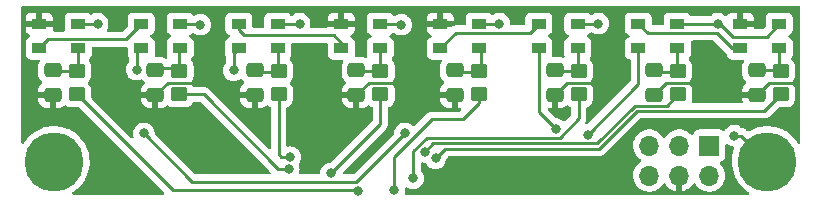
<source format=gbl>
G04 #@! TF.GenerationSoftware,KiCad,Pcbnew,6.0.9-8da3e8f707~116~ubuntu22.04.1*
G04 #@! TF.CreationDate,2022-11-08T11:47:18+01:00*
G04 #@! TF.ProjectId,PCB-lijnvolger,5043422d-6c69-46a6-9e76-6f6c6765722e,1.0*
G04 #@! TF.SameCoordinates,Original*
G04 #@! TF.FileFunction,Copper,L2,Bot*
G04 #@! TF.FilePolarity,Positive*
%FSLAX46Y46*%
G04 Gerber Fmt 4.6, Leading zero omitted, Abs format (unit mm)*
G04 Created by KiCad (PCBNEW 6.0.9-8da3e8f707~116~ubuntu22.04.1) date 2022-11-08 11:47:18*
%MOMM*%
%LPD*%
G01*
G04 APERTURE LIST*
G04 Aperture macros list*
%AMRoundRect*
0 Rectangle with rounded corners*
0 $1 Rounding radius*
0 $2 $3 $4 $5 $6 $7 $8 $9 X,Y pos of 4 corners*
0 Add a 4 corners polygon primitive as box body*
4,1,4,$2,$3,$4,$5,$6,$7,$8,$9,$2,$3,0*
0 Add four circle primitives for the rounded corners*
1,1,$1+$1,$2,$3*
1,1,$1+$1,$4,$5*
1,1,$1+$1,$6,$7*
1,1,$1+$1,$8,$9*
0 Add four rect primitives between the rounded corners*
20,1,$1+$1,$2,$3,$4,$5,0*
20,1,$1+$1,$4,$5,$6,$7,0*
20,1,$1+$1,$6,$7,$8,$9,0*
20,1,$1+$1,$8,$9,$2,$3,0*%
G04 Aperture macros list end*
G04 #@! TA.AperFunction,ComponentPad*
%ADD10C,5.000000*%
G04 #@! TD*
G04 #@! TA.AperFunction,ComponentPad*
%ADD11R,1.700000X1.700000*%
G04 #@! TD*
G04 #@! TA.AperFunction,ComponentPad*
%ADD12O,1.700000X1.700000*%
G04 #@! TD*
G04 #@! TA.AperFunction,SMDPad,CuDef*
%ADD13RoundRect,0.250000X0.475000X-0.337500X0.475000X0.337500X-0.475000X0.337500X-0.475000X-0.337500X0*%
G04 #@! TD*
G04 #@! TA.AperFunction,SMDPad,CuDef*
%ADD14R,1.295400X0.889000*%
G04 #@! TD*
G04 #@! TA.AperFunction,SMDPad,CuDef*
%ADD15RoundRect,0.250000X0.450000X-0.350000X0.450000X0.350000X-0.450000X0.350000X-0.450000X-0.350000X0*%
G04 #@! TD*
G04 #@! TA.AperFunction,ViaPad*
%ADD16C,0.800000*%
G04 #@! TD*
G04 #@! TA.AperFunction,Conductor*
%ADD17C,0.250000*%
G04 #@! TD*
G04 APERTURE END LIST*
D10*
X163700000Y-93700000D03*
D11*
X158775000Y-92325000D03*
D12*
X158775000Y-94865000D03*
X156235000Y-92325000D03*
X156235000Y-94865000D03*
X153695000Y-92325000D03*
X153695000Y-94865000D03*
D10*
X103300000Y-93700000D03*
D13*
X154086750Y-88032500D03*
X154086750Y-85957500D03*
D14*
X147651000Y-82023001D03*
X147651000Y-84092999D03*
X144349000Y-84092999D03*
X144349000Y-82023001D03*
X156083000Y-82023001D03*
X156083000Y-84092999D03*
X152781000Y-84092999D03*
X152781000Y-82023001D03*
D15*
X147732000Y-87995000D03*
X147732000Y-85995000D03*
D13*
X162814000Y-88032500D03*
X162814000Y-85957500D03*
X120300000Y-88032500D03*
X120300000Y-85957500D03*
D15*
X130932000Y-87995000D03*
X130932000Y-85995000D03*
X105232000Y-87995000D03*
X105232000Y-85995000D03*
D13*
X103200000Y-88032500D03*
X103200000Y-85957500D03*
D14*
X113986820Y-82023001D03*
X113986820Y-84092999D03*
X110684820Y-84092999D03*
X110684820Y-82023001D03*
X164719000Y-82023001D03*
X164719000Y-84092999D03*
X161417000Y-84092999D03*
X161417000Y-82023001D03*
D13*
X111878000Y-88032500D03*
X111878000Y-85957500D03*
D14*
X122251000Y-82023001D03*
X122251000Y-84092999D03*
X118949000Y-84092999D03*
X118949000Y-82023001D03*
X139319000Y-82023001D03*
X139319000Y-84092999D03*
X136017000Y-84092999D03*
X136017000Y-82023001D03*
D15*
X139264000Y-87995000D03*
X139264000Y-85995000D03*
D13*
X145700000Y-88032500D03*
X145700000Y-85957500D03*
D15*
X164846000Y-87995000D03*
X164846000Y-85995000D03*
D14*
X130937000Y-82023001D03*
X130937000Y-84092999D03*
X127635000Y-84092999D03*
X127635000Y-82023001D03*
D15*
X113910000Y-87995000D03*
X113910000Y-85995000D03*
X156118750Y-87995000D03*
X156118750Y-85995000D03*
D13*
X128900000Y-88032500D03*
X128900000Y-85957500D03*
D15*
X122332000Y-87995000D03*
X122332000Y-85995000D03*
D14*
X105351000Y-82023001D03*
X105351000Y-84092999D03*
X102049000Y-84092999D03*
X102049000Y-82023001D03*
D13*
X137232000Y-88032500D03*
X137232000Y-85957500D03*
D16*
X149400000Y-82000000D03*
X132700000Y-82100000D03*
X160887701Y-91487701D03*
X115700000Y-82100000D03*
X107000000Y-82000000D03*
X159500000Y-82000000D03*
X124100000Y-82000000D03*
X141000000Y-82000000D03*
X158900000Y-85550000D03*
X140800000Y-94900000D03*
X107250000Y-94800000D03*
X124600000Y-93500000D03*
X150950000Y-86100000D03*
X148500000Y-91400000D03*
X110300000Y-85900000D03*
X118500000Y-85950000D03*
X145800000Y-90924500D03*
X134686643Y-92870500D03*
X135600000Y-93400000D03*
X123177888Y-94292015D03*
X129032801Y-96138970D03*
X123300000Y-93300000D03*
X126754477Y-94672425D03*
X133700000Y-95100000D03*
X132100000Y-96100000D03*
X133000000Y-91300000D03*
X110900000Y-91300000D03*
D17*
X106976999Y-82023001D02*
X107000000Y-82000000D01*
X159500000Y-82000000D02*
X159651799Y-82000000D01*
X115623001Y-82023001D02*
X115700000Y-82100000D01*
X163642001Y-83100000D02*
X164719000Y-82023001D01*
X160751799Y-83100000D02*
X163642001Y-83100000D01*
X159476999Y-82023001D02*
X159500000Y-82000000D01*
X161487701Y-91487701D02*
X163700000Y-93700000D01*
X159651799Y-82000000D02*
X160751799Y-83100000D01*
X113986820Y-82023001D02*
X115623001Y-82023001D01*
X149376999Y-82023001D02*
X149400000Y-82000000D01*
X147651000Y-82023001D02*
X149376999Y-82023001D01*
X130937000Y-82023001D02*
X132623001Y-82023001D01*
X156083000Y-82023001D02*
X159476999Y-82023001D01*
X139319000Y-82023001D02*
X140976999Y-82023001D01*
X105351000Y-82023001D02*
X106976999Y-82023001D01*
X140976999Y-82023001D02*
X141000000Y-82000000D01*
X122251000Y-82023001D02*
X124076999Y-82023001D01*
X132623001Y-82023001D02*
X132700000Y-82100000D01*
X124076999Y-82023001D02*
X124100000Y-82000000D01*
X160887701Y-91487701D02*
X161487701Y-91487701D01*
X129932500Y-87000000D02*
X133400000Y-87000000D01*
X146732500Y-87000000D02*
X150800000Y-87000000D01*
X128900000Y-88032500D02*
X129932500Y-87000000D01*
X155119250Y-87000000D02*
X160600000Y-87000000D01*
X112910500Y-87000000D02*
X116000000Y-87000000D01*
X162814000Y-88032500D02*
X163846500Y-87000000D01*
X154086750Y-88032500D02*
X155119250Y-87000000D01*
X145700000Y-88032500D02*
X146732500Y-87000000D01*
X111878000Y-88032500D02*
X112910500Y-87000000D01*
X163846500Y-87000000D02*
X166100000Y-87000000D01*
X154150250Y-86100000D02*
X156049750Y-86100000D01*
X156083000Y-84092999D02*
X156083000Y-85957500D01*
X164719000Y-84092999D02*
X164719000Y-85868000D01*
X164719000Y-85868000D02*
X164846000Y-85995000D01*
X164808500Y-85957500D02*
X164846000Y-85995000D01*
X162814000Y-85957500D02*
X164808500Y-85957500D01*
X113853000Y-84111998D02*
X113853000Y-86193500D01*
X114289500Y-85757000D02*
X113813500Y-86233000D01*
X114164000Y-85757000D02*
X112121500Y-85757000D01*
X113853000Y-86193500D02*
X113813500Y-86233000D01*
X105344000Y-84111998D02*
X105344000Y-86421000D01*
X103242000Y-86000000D02*
X105401000Y-86000000D01*
X122301000Y-84092999D02*
X122301000Y-85957500D01*
X120281500Y-86106000D02*
X122181000Y-86106000D01*
X130937000Y-84092999D02*
X130937000Y-85979000D01*
X130928000Y-85995000D02*
X129007000Y-85995000D01*
X147692000Y-85995000D02*
X145792500Y-85995000D01*
X147635000Y-84092999D02*
X147635000Y-85891500D01*
X139467500Y-86106000D02*
X139467500Y-84241499D01*
X137299500Y-86106000D02*
X139199000Y-86106000D01*
X139467500Y-84241499D02*
X139319000Y-84092999D01*
X152781000Y-87119000D02*
X152781000Y-84092999D01*
X148500000Y-91400000D02*
X152781000Y-87119000D01*
X110300000Y-84477819D02*
X110684820Y-84092999D01*
X110300000Y-85900000D02*
X110300000Y-84477819D01*
X118500000Y-84541999D02*
X118949000Y-84092999D01*
X118500000Y-85950000D02*
X118500000Y-84541999D01*
X144349000Y-89473500D02*
X144349000Y-84092999D01*
X145800000Y-90924500D02*
X144349000Y-89473500D01*
X152781000Y-82023001D02*
X153550500Y-82792501D01*
X160692999Y-84092999D02*
X161417000Y-84092999D01*
X159392501Y-82792501D02*
X160692999Y-84092999D01*
X153550500Y-82792501D02*
X159392501Y-82792501D01*
X109384322Y-83323499D02*
X110684820Y-82023001D01*
X102818500Y-83323499D02*
X109384322Y-83323499D01*
X102049000Y-84092999D02*
X102818500Y-83323499D01*
X127000000Y-83000000D02*
X127635000Y-83635000D01*
X118949000Y-82533199D02*
X119415801Y-83000000D01*
X118949000Y-82023001D02*
X118949000Y-82533199D01*
X127635000Y-83635000D02*
X127635000Y-84092999D01*
X119415801Y-83000000D02*
X127000000Y-83000000D01*
X137317498Y-82792501D02*
X143579500Y-82792501D01*
X143579500Y-82792501D02*
X144349000Y-82023001D01*
X136017000Y-84092999D02*
X137317498Y-82792501D01*
X135407143Y-92150000D02*
X149250000Y-92150000D01*
X149250000Y-92150000D02*
X152455000Y-88945000D01*
X152455000Y-88945000D02*
X155168750Y-88945000D01*
X155168750Y-88945000D02*
X156118750Y-87995000D01*
X134686643Y-92870500D02*
X135407143Y-92150000D01*
X149436396Y-92600000D02*
X152636396Y-89400000D01*
X136400000Y-92600000D02*
X149436396Y-92600000D01*
X135600000Y-93400000D02*
X136400000Y-92600000D01*
X163441000Y-89400000D02*
X164846000Y-87995000D01*
X152636396Y-89400000D02*
X163441000Y-89400000D01*
X115969695Y-87995000D02*
X113910000Y-87995000D01*
X123177888Y-94292015D02*
X122266710Y-94292015D01*
X122266710Y-94292015D02*
X115969695Y-87995000D01*
X128993831Y-96100000D02*
X113337000Y-96100000D01*
X129032801Y-96138970D02*
X128993831Y-96100000D01*
X113337000Y-96100000D02*
X105232000Y-87995000D01*
X122549000Y-93300000D02*
X122332000Y-93083000D01*
X123300000Y-93300000D02*
X122549000Y-93300000D01*
X122332000Y-93083000D02*
X122332000Y-87995000D01*
X130932000Y-90494902D02*
X130932000Y-87995000D01*
X126754477Y-94672425D02*
X130932000Y-90494902D01*
X147732000Y-87995000D02*
X147732000Y-90017805D01*
X134882338Y-91649500D02*
X133700000Y-92831838D01*
X146100305Y-91649500D02*
X134882338Y-91649500D01*
X147732000Y-90017805D02*
X146100305Y-91649500D01*
X133700000Y-92831838D02*
X133700000Y-95100000D01*
X132100000Y-96100000D02*
X132100000Y-93300000D01*
X137900000Y-90100000D02*
X139264000Y-88736000D01*
X139264000Y-88736000D02*
X139264000Y-87995000D01*
X135300000Y-90100000D02*
X137900000Y-90100000D01*
X132100000Y-93300000D02*
X135300000Y-90100000D01*
X133000000Y-91300000D02*
X128902575Y-95397425D01*
X114997425Y-95397425D02*
X110900000Y-91300000D01*
X128902575Y-95397425D02*
X114997425Y-95397425D01*
G04 #@! TA.AperFunction,Conductor*
G36*
X166433621Y-80528502D02*
G01*
X166480114Y-80582158D01*
X166491500Y-80634500D01*
X166491500Y-92046451D01*
X166471498Y-92114572D01*
X166417842Y-92161065D01*
X166347568Y-92171169D01*
X166282988Y-92141675D01*
X166256052Y-92108878D01*
X166229212Y-92061823D01*
X166227417Y-92058676D01*
X166221372Y-92050446D01*
X166024161Y-91781978D01*
X166022018Y-91779060D01*
X165930747Y-91680840D01*
X165788309Y-91527559D01*
X165785842Y-91524904D01*
X165522019Y-91299578D01*
X165234047Y-91106069D01*
X165196023Y-91086443D01*
X164968094Y-90968800D01*
X164925741Y-90946940D01*
X164601189Y-90824302D01*
X164597668Y-90823418D01*
X164597663Y-90823416D01*
X164400581Y-90773913D01*
X164264692Y-90739780D01*
X164213155Y-90732995D01*
X163924315Y-90694968D01*
X163924307Y-90694967D01*
X163920711Y-90694494D01*
X163776045Y-90692221D01*
X163577446Y-90689101D01*
X163577442Y-90689101D01*
X163573804Y-90689044D01*
X163570190Y-90689405D01*
X163570184Y-90689405D01*
X163360445Y-90710340D01*
X163228569Y-90723503D01*
X162889583Y-90797414D01*
X162886156Y-90798587D01*
X162886150Y-90798589D01*
X162607461Y-90894006D01*
X162561339Y-90909797D01*
X162248188Y-91059163D01*
X162153113Y-91118803D01*
X162084781Y-91138057D01*
X162016883Y-91117311D01*
X161997065Y-91101160D01*
X161991353Y-91095448D01*
X161983813Y-91087162D01*
X161979701Y-91080683D01*
X161958838Y-91061091D01*
X161930050Y-91034058D01*
X161927208Y-91031303D01*
X161907471Y-91011566D01*
X161904274Y-91009086D01*
X161895252Y-91001381D01*
X161889520Y-90995998D01*
X161863022Y-90971115D01*
X161856076Y-90967296D01*
X161856073Y-90967294D01*
X161845267Y-90961353D01*
X161828748Y-90950502D01*
X161826298Y-90948602D01*
X161812742Y-90938087D01*
X161805473Y-90934942D01*
X161805469Y-90934939D01*
X161772164Y-90920527D01*
X161761514Y-90915310D01*
X161722761Y-90894006D01*
X161703138Y-90888968D01*
X161684435Y-90882564D01*
X161673121Y-90877668D01*
X161673120Y-90877668D01*
X161665846Y-90874520D01*
X161658023Y-90873281D01*
X161658013Y-90873278D01*
X161622177Y-90867602D01*
X161610555Y-90865196D01*
X161568250Y-90854334D01*
X161508365Y-90818068D01*
X161508281Y-90818161D01*
X161507792Y-90817721D01*
X161505953Y-90816607D01*
X161503373Y-90813742D01*
X161503369Y-90813739D01*
X161498954Y-90808835D01*
X161403257Y-90739307D01*
X161349795Y-90700464D01*
X161349794Y-90700463D01*
X161344453Y-90696583D01*
X161338425Y-90693899D01*
X161338423Y-90693898D01*
X161176020Y-90621592D01*
X161176019Y-90621592D01*
X161169989Y-90618907D01*
X161076010Y-90598931D01*
X160989645Y-90580573D01*
X160989640Y-90580573D01*
X160983188Y-90579201D01*
X160792214Y-90579201D01*
X160785762Y-90580573D01*
X160785757Y-90580573D01*
X160699392Y-90598931D01*
X160605413Y-90618907D01*
X160599383Y-90621592D01*
X160599382Y-90621592D01*
X160436979Y-90693898D01*
X160436977Y-90693899D01*
X160430949Y-90696583D01*
X160425608Y-90700463D01*
X160425607Y-90700464D01*
X160397324Y-90721013D01*
X160276448Y-90808835D01*
X160272030Y-90813742D01*
X160272026Y-90813746D01*
X160162904Y-90934939D01*
X160148661Y-90950757D01*
X160116149Y-91007069D01*
X160106366Y-91024014D01*
X160054983Y-91073007D01*
X159985270Y-91086443D01*
X159921683Y-91061841D01*
X159897776Y-91043924D01*
X159871705Y-91024385D01*
X159735316Y-90973255D01*
X159673134Y-90966500D01*
X157876866Y-90966500D01*
X157814684Y-90973255D01*
X157678295Y-91024385D01*
X157561739Y-91111739D01*
X157474385Y-91228295D01*
X157471233Y-91236703D01*
X157429919Y-91346907D01*
X157387277Y-91403671D01*
X157320716Y-91428371D01*
X157251367Y-91413163D01*
X157218743Y-91387476D01*
X157168151Y-91331875D01*
X157168142Y-91331866D01*
X157164670Y-91328051D01*
X157160619Y-91324852D01*
X157160615Y-91324848D01*
X156993414Y-91192800D01*
X156993410Y-91192798D01*
X156989359Y-91189598D01*
X156793789Y-91081638D01*
X156788920Y-91079914D01*
X156788916Y-91079912D01*
X156588087Y-91008795D01*
X156588083Y-91008794D01*
X156583212Y-91007069D01*
X156578119Y-91006162D01*
X156578116Y-91006161D01*
X156368373Y-90968800D01*
X156368367Y-90968799D01*
X156363284Y-90967894D01*
X156289452Y-90966992D01*
X156145081Y-90965228D01*
X156145079Y-90965228D01*
X156139911Y-90965165D01*
X155919091Y-90998955D01*
X155706756Y-91068357D01*
X155508607Y-91171507D01*
X155504474Y-91174610D01*
X155504471Y-91174612D01*
X155334100Y-91302530D01*
X155329965Y-91305635D01*
X155296217Y-91340950D01*
X155182012Y-91460459D01*
X155175629Y-91467138D01*
X155068201Y-91624621D01*
X155013293Y-91669621D01*
X154942768Y-91677792D01*
X154879021Y-91646538D01*
X154858324Y-91622054D01*
X154777822Y-91497617D01*
X154777820Y-91497614D01*
X154775014Y-91493277D01*
X154624670Y-91328051D01*
X154620619Y-91324852D01*
X154620615Y-91324848D01*
X154453414Y-91192800D01*
X154453410Y-91192798D01*
X154449359Y-91189598D01*
X154253789Y-91081638D01*
X154248920Y-91079914D01*
X154248916Y-91079912D01*
X154048087Y-91008795D01*
X154048083Y-91008794D01*
X154043212Y-91007069D01*
X154038119Y-91006162D01*
X154038116Y-91006161D01*
X153828373Y-90968800D01*
X153828367Y-90968799D01*
X153823284Y-90967894D01*
X153749452Y-90966992D01*
X153605081Y-90965228D01*
X153605079Y-90965228D01*
X153599911Y-90965165D01*
X153379091Y-90998955D01*
X153166756Y-91068357D01*
X152968607Y-91171507D01*
X152964474Y-91174610D01*
X152964471Y-91174612D01*
X152794100Y-91302530D01*
X152789965Y-91305635D01*
X152756217Y-91340950D01*
X152642012Y-91460459D01*
X152635629Y-91467138D01*
X152632720Y-91471403D01*
X152632714Y-91471411D01*
X152597830Y-91522549D01*
X152509743Y-91651680D01*
X152462715Y-91752993D01*
X152423747Y-91836944D01*
X152415688Y-91854305D01*
X152355989Y-92069570D01*
X152332251Y-92291695D01*
X152332548Y-92296848D01*
X152332548Y-92296851D01*
X152339866Y-92423770D01*
X152345110Y-92514715D01*
X152346247Y-92519761D01*
X152346248Y-92519767D01*
X152358723Y-92575119D01*
X152394222Y-92732639D01*
X152406573Y-92763056D01*
X152476282Y-92934729D01*
X152478266Y-92939616D01*
X152515685Y-93000678D01*
X152592291Y-93125688D01*
X152594987Y-93130088D01*
X152741250Y-93298938D01*
X152913126Y-93441632D01*
X152941282Y-93458085D01*
X152986445Y-93484476D01*
X153035169Y-93536114D01*
X153048240Y-93605897D01*
X153021509Y-93671669D01*
X152981055Y-93705027D01*
X152968607Y-93711507D01*
X152964474Y-93714610D01*
X152964471Y-93714612D01*
X152809156Y-93831226D01*
X152789965Y-93845635D01*
X152635629Y-94007138D01*
X152632715Y-94011410D01*
X152632714Y-94011411D01*
X152586699Y-94078866D01*
X152509743Y-94191680D01*
X152415688Y-94394305D01*
X152355989Y-94609570D01*
X152332251Y-94831695D01*
X152332548Y-94836848D01*
X152332548Y-94836851D01*
X152338011Y-94931590D01*
X152345110Y-95054715D01*
X152346247Y-95059761D01*
X152346248Y-95059767D01*
X152356795Y-95106565D01*
X152394222Y-95272639D01*
X152432461Y-95366811D01*
X152472574Y-95465597D01*
X152478266Y-95479616D01*
X152480965Y-95484020D01*
X152592291Y-95665688D01*
X152594987Y-95670088D01*
X152741250Y-95838938D01*
X152834837Y-95916635D01*
X152897663Y-95968794D01*
X152913126Y-95981632D01*
X153106000Y-96094338D01*
X153314692Y-96174030D01*
X153319760Y-96175061D01*
X153319763Y-96175062D01*
X153414862Y-96194410D01*
X153533597Y-96218567D01*
X153538772Y-96218757D01*
X153538774Y-96218757D01*
X153751673Y-96226564D01*
X153751677Y-96226564D01*
X153756837Y-96226753D01*
X153761957Y-96226097D01*
X153761959Y-96226097D01*
X153973288Y-96199025D01*
X153973289Y-96199025D01*
X153978416Y-96198368D01*
X153983366Y-96196883D01*
X154187429Y-96135661D01*
X154187434Y-96135659D01*
X154192384Y-96134174D01*
X154392994Y-96035896D01*
X154574860Y-95906173D01*
X154587274Y-95893803D01*
X154714105Y-95767414D01*
X154733096Y-95748489D01*
X154792594Y-95665689D01*
X154863453Y-95567077D01*
X154864640Y-95567930D01*
X154911960Y-95524362D01*
X154981897Y-95512145D01*
X155047338Y-95539678D01*
X155075166Y-95571511D01*
X155132694Y-95665388D01*
X155138777Y-95673699D01*
X155278213Y-95834667D01*
X155285580Y-95841883D01*
X155449434Y-95977916D01*
X155457881Y-95983831D01*
X155641756Y-96091279D01*
X155651042Y-96095729D01*
X155850001Y-96171703D01*
X155859899Y-96174579D01*
X155963250Y-96195606D01*
X155977299Y-96194410D01*
X155981000Y-96184065D01*
X155981000Y-94737000D01*
X156001002Y-94668879D01*
X156054658Y-94622386D01*
X156107000Y-94611000D01*
X156363000Y-94611000D01*
X156431121Y-94631002D01*
X156477614Y-94684658D01*
X156489000Y-94737000D01*
X156489000Y-96183517D01*
X156493064Y-96197359D01*
X156506478Y-96199393D01*
X156513184Y-96198534D01*
X156523262Y-96196392D01*
X156727255Y-96135191D01*
X156736842Y-96131433D01*
X156928095Y-96037739D01*
X156936945Y-96032464D01*
X157110328Y-95908792D01*
X157118200Y-95902139D01*
X157269052Y-95751812D01*
X157275730Y-95743965D01*
X157403022Y-95566819D01*
X157404279Y-95567722D01*
X157451373Y-95524362D01*
X157521311Y-95512145D01*
X157586751Y-95539678D01*
X157614579Y-95571511D01*
X157674987Y-95670088D01*
X157821250Y-95838938D01*
X157914837Y-95916635D01*
X157977663Y-95968794D01*
X157993126Y-95981632D01*
X158186000Y-96094338D01*
X158394692Y-96174030D01*
X158399760Y-96175061D01*
X158399763Y-96175062D01*
X158494862Y-96194410D01*
X158613597Y-96218567D01*
X158618772Y-96218757D01*
X158618774Y-96218757D01*
X158831673Y-96226564D01*
X158831677Y-96226564D01*
X158836837Y-96226753D01*
X158841957Y-96226097D01*
X158841959Y-96226097D01*
X159053288Y-96199025D01*
X159053289Y-96199025D01*
X159058416Y-96198368D01*
X159063366Y-96196883D01*
X159267429Y-96135661D01*
X159267434Y-96135659D01*
X159272384Y-96134174D01*
X159472994Y-96035896D01*
X159654860Y-95906173D01*
X159667274Y-95893803D01*
X159794105Y-95767414D01*
X159813096Y-95748489D01*
X159872594Y-95665689D01*
X159940435Y-95571277D01*
X159943453Y-95567077D01*
X159947864Y-95558153D01*
X160040136Y-95371453D01*
X160040137Y-95371451D01*
X160042430Y-95366811D01*
X160107370Y-95153069D01*
X160136529Y-94931590D01*
X160136611Y-94928240D01*
X160138074Y-94868365D01*
X160138074Y-94868361D01*
X160138156Y-94865000D01*
X160119852Y-94642361D01*
X160065431Y-94425702D01*
X159976354Y-94220840D01*
X159855014Y-94033277D01*
X159847124Y-94024606D01*
X159707798Y-93871488D01*
X159676746Y-93807642D01*
X159685141Y-93737143D01*
X159730317Y-93682375D01*
X159756761Y-93668706D01*
X159863297Y-93628767D01*
X159871705Y-93625615D01*
X159988261Y-93538261D01*
X160075615Y-93421705D01*
X160126745Y-93285316D01*
X160133500Y-93223134D01*
X160133500Y-92309998D01*
X160153502Y-92241877D01*
X160207158Y-92195384D01*
X160277432Y-92185280D01*
X160333561Y-92208062D01*
X160392861Y-92251146D01*
X160430949Y-92278819D01*
X160436977Y-92281503D01*
X160436979Y-92281504D01*
X160527848Y-92321961D01*
X160605413Y-92356495D01*
X160792214Y-92396201D01*
X160798817Y-92396201D01*
X160804106Y-92396757D01*
X160869762Y-92423770D01*
X160910392Y-92481992D01*
X160913095Y-92552937D01*
X160905222Y-92575119D01*
X160899557Y-92587322D01*
X160899552Y-92587335D01*
X160898027Y-92590620D01*
X160896887Y-92594067D01*
X160819554Y-92827901D01*
X160789087Y-92920023D01*
X160788351Y-92923578D01*
X160788350Y-92923581D01*
X160723713Y-93235702D01*
X160718730Y-93259764D01*
X160709233Y-93366173D01*
X160688651Y-93596797D01*
X160687888Y-93605341D01*
X160687983Y-93608971D01*
X160687983Y-93608972D01*
X160696571Y-93936944D01*
X160696970Y-93952171D01*
X160745856Y-94295660D01*
X160833897Y-94631253D01*
X160959927Y-94954503D01*
X160961624Y-94957708D01*
X161106404Y-95231150D01*
X161122275Y-95261126D01*
X161124325Y-95264109D01*
X161124327Y-95264112D01*
X161316733Y-95544064D01*
X161316739Y-95544071D01*
X161318790Y-95547056D01*
X161429521Y-95673990D01*
X161524398Y-95782749D01*
X161546866Y-95808505D01*
X161595649Y-95852894D01*
X161799269Y-96038173D01*
X161803481Y-96042006D01*
X162085233Y-96244466D01*
X162104888Y-96255406D01*
X162154681Y-96306013D01*
X162169210Y-96375507D01*
X162143861Y-96441824D01*
X162086682Y-96483909D01*
X162043608Y-96491500D01*
X133101471Y-96491500D01*
X133033350Y-96471498D01*
X132986857Y-96417842D01*
X132976753Y-96347568D01*
X132981638Y-96326563D01*
X132988316Y-96306013D01*
X132993542Y-96289928D01*
X132994272Y-96282988D01*
X133012814Y-96106565D01*
X133013504Y-96100000D01*
X133006960Y-96037739D01*
X133000322Y-95974579D01*
X133013094Y-95904741D01*
X133061596Y-95852894D01*
X133130429Y-95835500D01*
X133199691Y-95859472D01*
X133243248Y-95891118D01*
X133249276Y-95893802D01*
X133249278Y-95893803D01*
X133411681Y-95966109D01*
X133417712Y-95968794D01*
X133490389Y-95984242D01*
X133598056Y-96007128D01*
X133598061Y-96007128D01*
X133604513Y-96008500D01*
X133795487Y-96008500D01*
X133801939Y-96007128D01*
X133801944Y-96007128D01*
X133909611Y-95984242D01*
X133982288Y-95968794D01*
X133988319Y-95966109D01*
X134150722Y-95893803D01*
X134150724Y-95893802D01*
X134156752Y-95891118D01*
X134311253Y-95778866D01*
X134315675Y-95773955D01*
X134434621Y-95641852D01*
X134434622Y-95641851D01*
X134439040Y-95636944D01*
X134534527Y-95471556D01*
X134593542Y-95289928D01*
X134594333Y-95282407D01*
X134612814Y-95106565D01*
X134613504Y-95100000D01*
X134598212Y-94954503D01*
X134594232Y-94916635D01*
X134594232Y-94916633D01*
X134593542Y-94910072D01*
X134534527Y-94728444D01*
X134512628Y-94690513D01*
X134467879Y-94613006D01*
X134439040Y-94563056D01*
X134365863Y-94481785D01*
X134335147Y-94417779D01*
X134333500Y-94397476D01*
X134333500Y-93879831D01*
X134353502Y-93811710D01*
X134407158Y-93765217D01*
X134477432Y-93755113D01*
X134485697Y-93756584D01*
X134584699Y-93777628D01*
X134584704Y-93777628D01*
X134591156Y-93779000D01*
X134697025Y-93779000D01*
X134765146Y-93799002D01*
X134806144Y-93842000D01*
X134860960Y-93936944D01*
X134865378Y-93941851D01*
X134865379Y-93941852D01*
X134947985Y-94033595D01*
X134988747Y-94078866D01*
X135143248Y-94191118D01*
X135149276Y-94193802D01*
X135149278Y-94193803D01*
X135246730Y-94237191D01*
X135317712Y-94268794D01*
X135396072Y-94285450D01*
X135498056Y-94307128D01*
X135498061Y-94307128D01*
X135504513Y-94308500D01*
X135695487Y-94308500D01*
X135701939Y-94307128D01*
X135701944Y-94307128D01*
X135803928Y-94285450D01*
X135882288Y-94268794D01*
X135953270Y-94237191D01*
X136050722Y-94193803D01*
X136050724Y-94193802D01*
X136056752Y-94191118D01*
X136211253Y-94078866D01*
X136252015Y-94033595D01*
X136334621Y-93941852D01*
X136334622Y-93941851D01*
X136339040Y-93936944D01*
X136414458Y-93806316D01*
X136431223Y-93777279D01*
X136431224Y-93777278D01*
X136434527Y-93771556D01*
X136493542Y-93589928D01*
X136500804Y-93520839D01*
X136510907Y-93424708D01*
X136537920Y-93359051D01*
X136547122Y-93348782D01*
X136625501Y-93270404D01*
X136687814Y-93236379D01*
X136714596Y-93233500D01*
X149357629Y-93233500D01*
X149368812Y-93234027D01*
X149376305Y-93235702D01*
X149384231Y-93235453D01*
X149384232Y-93235453D01*
X149444382Y-93233562D01*
X149448341Y-93233500D01*
X149476252Y-93233500D01*
X149480187Y-93233003D01*
X149480252Y-93232995D01*
X149492089Y-93232062D01*
X149524347Y-93231048D01*
X149528366Y-93230922D01*
X149536285Y-93230673D01*
X149555739Y-93225021D01*
X149575096Y-93221013D01*
X149587326Y-93219468D01*
X149587327Y-93219468D01*
X149595193Y-93218474D01*
X149602564Y-93215555D01*
X149602566Y-93215555D01*
X149636308Y-93202196D01*
X149647538Y-93198351D01*
X149682379Y-93188229D01*
X149682380Y-93188229D01*
X149689989Y-93186018D01*
X149696808Y-93181985D01*
X149696813Y-93181983D01*
X149707424Y-93175707D01*
X149725172Y-93167012D01*
X149744013Y-93159552D01*
X149779783Y-93133564D01*
X149789703Y-93127048D01*
X149820931Y-93108580D01*
X149820934Y-93108578D01*
X149827758Y-93104542D01*
X149842079Y-93090221D01*
X149857113Y-93077380D01*
X149867090Y-93070131D01*
X149873503Y-93065472D01*
X149901694Y-93031395D01*
X149909684Y-93022616D01*
X152861895Y-90070405D01*
X152924207Y-90036379D01*
X152950990Y-90033500D01*
X163362233Y-90033500D01*
X163373416Y-90034027D01*
X163380909Y-90035702D01*
X163388835Y-90035453D01*
X163388836Y-90035453D01*
X163448986Y-90033562D01*
X163452945Y-90033500D01*
X163480856Y-90033500D01*
X163484791Y-90033003D01*
X163484856Y-90032995D01*
X163496693Y-90032062D01*
X163528951Y-90031048D01*
X163532970Y-90030922D01*
X163540889Y-90030673D01*
X163560343Y-90025021D01*
X163579700Y-90021013D01*
X163591930Y-90019468D01*
X163591931Y-90019468D01*
X163599797Y-90018474D01*
X163607168Y-90015555D01*
X163607170Y-90015555D01*
X163640912Y-90002196D01*
X163652142Y-89998351D01*
X163686983Y-89988229D01*
X163686984Y-89988229D01*
X163694593Y-89986018D01*
X163701412Y-89981985D01*
X163701417Y-89981983D01*
X163712028Y-89975707D01*
X163729776Y-89967012D01*
X163748617Y-89959552D01*
X163766186Y-89946788D01*
X163784387Y-89933564D01*
X163794307Y-89927048D01*
X163825535Y-89908580D01*
X163825538Y-89908578D01*
X163832362Y-89904542D01*
X163846683Y-89890221D01*
X163861717Y-89877380D01*
X163878107Y-89865472D01*
X163883157Y-89859368D01*
X163883162Y-89859363D01*
X163906293Y-89831402D01*
X163914283Y-89822621D01*
X164596501Y-89140404D01*
X164658813Y-89106379D01*
X164685596Y-89103500D01*
X165346400Y-89103500D01*
X165349646Y-89103163D01*
X165349650Y-89103163D01*
X165445308Y-89093238D01*
X165445312Y-89093237D01*
X165452166Y-89092526D01*
X165458702Y-89090345D01*
X165458704Y-89090345D01*
X165590806Y-89046272D01*
X165619946Y-89036550D01*
X165770348Y-88943478D01*
X165895305Y-88818303D01*
X165928481Y-88764482D01*
X165984275Y-88673968D01*
X165984276Y-88673966D01*
X165988115Y-88667738D01*
X166043797Y-88499861D01*
X166054500Y-88395400D01*
X166054500Y-87594600D01*
X166054163Y-87591350D01*
X166044238Y-87495692D01*
X166044237Y-87495688D01*
X166043526Y-87488834D01*
X166035201Y-87463879D01*
X165989868Y-87328002D01*
X165987550Y-87321054D01*
X165894478Y-87170652D01*
X165807891Y-87084216D01*
X165773812Y-87021934D01*
X165778815Y-86951114D01*
X165807736Y-86906025D01*
X165890134Y-86823483D01*
X165895305Y-86818303D01*
X165901348Y-86808500D01*
X165984275Y-86673968D01*
X165984276Y-86673966D01*
X165988115Y-86667738D01*
X166043797Y-86499861D01*
X166045121Y-86486944D01*
X166054172Y-86398598D01*
X166054500Y-86395400D01*
X166054500Y-85594600D01*
X166051906Y-85569600D01*
X166044238Y-85495692D01*
X166044237Y-85495688D01*
X166043526Y-85488834D01*
X166037903Y-85471978D01*
X165989868Y-85328002D01*
X165987550Y-85321054D01*
X165894478Y-85170652D01*
X165769303Y-85045695D01*
X165769615Y-85045383D01*
X165731192Y-84991187D01*
X165727962Y-84920264D01*
X165749522Y-84874660D01*
X165766380Y-84852166D01*
X165817315Y-84784204D01*
X165868445Y-84647815D01*
X165875200Y-84585633D01*
X165875200Y-83600365D01*
X165868445Y-83538183D01*
X165817315Y-83401794D01*
X165729961Y-83285238D01*
X165613405Y-83197884D01*
X165554982Y-83175982D01*
X165498218Y-83133340D01*
X165473518Y-83066779D01*
X165488726Y-82997430D01*
X165539012Y-82947312D01*
X165554982Y-82940018D01*
X165604997Y-82921268D01*
X165613405Y-82918116D01*
X165729961Y-82830762D01*
X165817315Y-82714206D01*
X165868445Y-82577817D01*
X165875200Y-82515635D01*
X165875200Y-81530367D01*
X165868445Y-81468185D01*
X165817315Y-81331796D01*
X165729961Y-81215240D01*
X165613405Y-81127886D01*
X165477016Y-81076756D01*
X165414834Y-81070001D01*
X164023166Y-81070001D01*
X163960984Y-81076756D01*
X163824595Y-81127886D01*
X163708039Y-81215240D01*
X163620685Y-81331796D01*
X163569555Y-81468185D01*
X163562800Y-81530367D01*
X163562800Y-82231106D01*
X163542798Y-82299227D01*
X163525895Y-82320201D01*
X163416501Y-82429595D01*
X163354189Y-82463621D01*
X163327406Y-82466500D01*
X162698700Y-82466500D01*
X162630579Y-82446498D01*
X162584086Y-82392842D01*
X162572700Y-82340500D01*
X162572700Y-82295116D01*
X162568225Y-82279877D01*
X162566835Y-82278672D01*
X162559152Y-82277001D01*
X161289000Y-82277001D01*
X161220879Y-82256999D01*
X161174386Y-82203343D01*
X161163000Y-82151001D01*
X161163000Y-81750886D01*
X161671000Y-81750886D01*
X161675475Y-81766125D01*
X161676865Y-81767330D01*
X161684548Y-81769001D01*
X162554584Y-81769001D01*
X162569823Y-81764526D01*
X162571028Y-81763136D01*
X162572699Y-81755453D01*
X162572699Y-81533832D01*
X162572329Y-81527011D01*
X162566805Y-81476149D01*
X162563179Y-81460897D01*
X162518024Y-81340447D01*
X162509486Y-81324852D01*
X162432985Y-81222777D01*
X162420424Y-81210216D01*
X162318349Y-81133715D01*
X162302754Y-81125177D01*
X162182306Y-81080023D01*
X162167051Y-81076396D01*
X162116186Y-81070870D01*
X162109372Y-81070501D01*
X161689115Y-81070501D01*
X161673876Y-81074976D01*
X161672671Y-81076366D01*
X161671000Y-81084049D01*
X161671000Y-81750886D01*
X161163000Y-81750886D01*
X161163000Y-81088617D01*
X161158525Y-81073378D01*
X161157135Y-81072173D01*
X161149452Y-81070502D01*
X160724631Y-81070502D01*
X160717810Y-81070872D01*
X160666948Y-81076396D01*
X160651696Y-81080022D01*
X160531246Y-81125177D01*
X160515651Y-81133715D01*
X160413576Y-81210216D01*
X160401015Y-81222777D01*
X160321072Y-81329445D01*
X160264213Y-81371960D01*
X160193395Y-81376986D01*
X160126612Y-81338192D01*
X160111253Y-81321134D01*
X159975387Y-81222421D01*
X159962094Y-81212763D01*
X159962093Y-81212762D01*
X159956752Y-81208882D01*
X159950724Y-81206198D01*
X159950722Y-81206197D01*
X159788319Y-81133891D01*
X159788318Y-81133891D01*
X159782288Y-81131206D01*
X159688888Y-81111353D01*
X159601944Y-81092872D01*
X159601939Y-81092872D01*
X159595487Y-81091500D01*
X159404513Y-81091500D01*
X159398061Y-81092872D01*
X159398056Y-81092872D01*
X159311112Y-81111353D01*
X159217712Y-81131206D01*
X159211682Y-81133891D01*
X159211681Y-81133891D01*
X159049278Y-81206197D01*
X159049276Y-81206198D01*
X159043248Y-81208882D01*
X159037907Y-81212762D01*
X159037906Y-81212763D01*
X158994773Y-81244101D01*
X158888747Y-81321134D01*
X158884336Y-81326033D01*
X158884327Y-81326041D01*
X158864726Y-81347811D01*
X158804280Y-81385051D01*
X158771090Y-81389501D01*
X157286121Y-81389501D01*
X157218000Y-81369499D01*
X157182224Y-81331115D01*
X157181315Y-81331796D01*
X157173324Y-81321134D01*
X157093961Y-81215240D01*
X156977405Y-81127886D01*
X156841016Y-81076756D01*
X156778834Y-81070001D01*
X155387166Y-81070001D01*
X155324984Y-81076756D01*
X155188595Y-81127886D01*
X155072039Y-81215240D01*
X154984685Y-81331796D01*
X154933555Y-81468185D01*
X154926800Y-81530367D01*
X154926800Y-82033001D01*
X154906798Y-82101122D01*
X154853142Y-82147615D01*
X154800800Y-82159001D01*
X154063200Y-82159001D01*
X153995079Y-82138999D01*
X153948586Y-82085343D01*
X153937200Y-82033001D01*
X153937200Y-81530367D01*
X153930445Y-81468185D01*
X153879315Y-81331796D01*
X153791961Y-81215240D01*
X153675405Y-81127886D01*
X153539016Y-81076756D01*
X153476834Y-81070001D01*
X152085166Y-81070001D01*
X152022984Y-81076756D01*
X151886595Y-81127886D01*
X151770039Y-81215240D01*
X151682685Y-81331796D01*
X151631555Y-81468185D01*
X151624800Y-81530367D01*
X151624800Y-82515635D01*
X151631555Y-82577817D01*
X151682685Y-82714206D01*
X151770039Y-82830762D01*
X151886595Y-82918116D01*
X151895003Y-82921268D01*
X151945018Y-82940018D01*
X152001782Y-82982660D01*
X152026482Y-83049221D01*
X152011274Y-83118570D01*
X151960988Y-83168688D01*
X151945018Y-83175982D01*
X151886595Y-83197884D01*
X151770039Y-83285238D01*
X151682685Y-83401794D01*
X151631555Y-83538183D01*
X151624800Y-83600365D01*
X151624800Y-84585633D01*
X151631555Y-84647815D01*
X151682685Y-84784204D01*
X151770039Y-84900760D01*
X151886595Y-84988114D01*
X152022984Y-85039244D01*
X152030836Y-85040097D01*
X152030840Y-85040098D01*
X152035107Y-85040561D01*
X152038207Y-85041849D01*
X152038522Y-85041924D01*
X152038510Y-85041975D01*
X152100669Y-85067802D01*
X152141096Y-85126165D01*
X152147500Y-85165824D01*
X152147500Y-86804405D01*
X152127498Y-86872526D01*
X152110595Y-86893500D01*
X148549500Y-90454595D01*
X148487188Y-90488621D01*
X148460405Y-90491500D01*
X148409101Y-90491500D01*
X148340980Y-90471498D01*
X148294487Y-90417842D01*
X148284383Y-90347568D01*
X148293463Y-90315464D01*
X148299176Y-90302262D01*
X148304383Y-90291632D01*
X148325695Y-90252865D01*
X148327666Y-90245188D01*
X148327668Y-90245183D01*
X148330732Y-90233247D01*
X148337138Y-90214535D01*
X148342033Y-90203224D01*
X148345181Y-90195950D01*
X148346421Y-90188122D01*
X148346423Y-90188115D01*
X148352099Y-90152281D01*
X148354505Y-90140661D01*
X148363528Y-90105516D01*
X148363528Y-90105515D01*
X148365500Y-90097835D01*
X148365500Y-90077581D01*
X148367051Y-90057870D01*
X148368980Y-90045691D01*
X148370220Y-90037862D01*
X148366059Y-89993843D01*
X148365500Y-89981986D01*
X148365500Y-89174197D01*
X148385502Y-89106076D01*
X148439158Y-89059583D01*
X148451623Y-89054674D01*
X148499002Y-89038867D01*
X148499004Y-89038866D01*
X148505946Y-89036550D01*
X148656348Y-88943478D01*
X148781305Y-88818303D01*
X148814481Y-88764482D01*
X148870275Y-88673968D01*
X148870276Y-88673966D01*
X148874115Y-88667738D01*
X148929797Y-88499861D01*
X148940500Y-88395400D01*
X148940500Y-87594600D01*
X148940163Y-87591350D01*
X148930238Y-87495692D01*
X148930237Y-87495688D01*
X148929526Y-87488834D01*
X148921201Y-87463879D01*
X148875868Y-87328002D01*
X148873550Y-87321054D01*
X148780478Y-87170652D01*
X148693891Y-87084216D01*
X148659812Y-87021934D01*
X148664815Y-86951114D01*
X148693736Y-86906025D01*
X148776134Y-86823483D01*
X148781305Y-86818303D01*
X148787348Y-86808500D01*
X148870275Y-86673968D01*
X148870276Y-86673966D01*
X148874115Y-86667738D01*
X148929797Y-86499861D01*
X148931121Y-86486944D01*
X148940172Y-86398598D01*
X148940500Y-86395400D01*
X148940500Y-85594600D01*
X148937906Y-85569600D01*
X148930238Y-85495692D01*
X148930237Y-85495688D01*
X148929526Y-85488834D01*
X148923903Y-85471978D01*
X148875868Y-85328002D01*
X148873550Y-85321054D01*
X148780478Y-85170652D01*
X148674356Y-85064715D01*
X148640277Y-85002433D01*
X148645280Y-84931613D01*
X148662548Y-84899977D01*
X148698380Y-84852166D01*
X148749315Y-84784204D01*
X148800445Y-84647815D01*
X148807200Y-84585633D01*
X148807200Y-83600365D01*
X148800445Y-83538183D01*
X148749315Y-83401794D01*
X148661961Y-83285238D01*
X148545405Y-83197884D01*
X148486982Y-83175982D01*
X148430218Y-83133340D01*
X148405518Y-83066779D01*
X148420726Y-82997430D01*
X148471012Y-82947312D01*
X148486982Y-82940018D01*
X148536997Y-82921268D01*
X148545405Y-82918116D01*
X148661961Y-82830762D01*
X148705913Y-82772117D01*
X148762772Y-82729602D01*
X148833591Y-82724576D01*
X148880800Y-82745746D01*
X148943248Y-82791118D01*
X148949276Y-82793802D01*
X148949278Y-82793803D01*
X149111681Y-82866109D01*
X149117712Y-82868794D01*
X149204479Y-82887237D01*
X149298056Y-82907128D01*
X149298061Y-82907128D01*
X149304513Y-82908500D01*
X149495487Y-82908500D01*
X149501939Y-82907128D01*
X149501944Y-82907128D01*
X149595521Y-82887237D01*
X149682288Y-82868794D01*
X149688319Y-82866109D01*
X149850722Y-82793803D01*
X149850724Y-82793802D01*
X149856752Y-82791118D01*
X149873616Y-82778866D01*
X149953054Y-82721150D01*
X150011253Y-82678866D01*
X150102238Y-82577817D01*
X150134621Y-82541852D01*
X150134622Y-82541851D01*
X150139040Y-82536944D01*
X150218797Y-82398801D01*
X150231223Y-82377279D01*
X150231224Y-82377278D01*
X150234527Y-82371556D01*
X150293542Y-82189928D01*
X150296496Y-82161827D01*
X150312814Y-82006565D01*
X150313504Y-82000000D01*
X150304052Y-81910072D01*
X150294232Y-81816635D01*
X150294232Y-81816633D01*
X150293542Y-81810072D01*
X150234527Y-81628444D01*
X150139040Y-81463056D01*
X150029864Y-81341803D01*
X150015675Y-81326045D01*
X150015671Y-81326041D01*
X150011253Y-81321134D01*
X149875387Y-81222421D01*
X149862094Y-81212763D01*
X149862093Y-81212762D01*
X149856752Y-81208882D01*
X149850724Y-81206198D01*
X149850722Y-81206197D01*
X149688319Y-81133891D01*
X149688318Y-81133891D01*
X149682288Y-81131206D01*
X149588888Y-81111353D01*
X149501944Y-81092872D01*
X149501939Y-81092872D01*
X149495487Y-81091500D01*
X149304513Y-81091500D01*
X149298061Y-81092872D01*
X149298056Y-81092872D01*
X149211112Y-81111353D01*
X149117712Y-81131206D01*
X149111682Y-81133891D01*
X149111681Y-81133891D01*
X148949278Y-81206197D01*
X148949276Y-81206198D01*
X148943248Y-81208882D01*
X148937907Y-81212762D01*
X148937906Y-81212763D01*
X148858478Y-81270471D01*
X148791610Y-81294330D01*
X148722459Y-81278249D01*
X148683592Y-81244101D01*
X148667344Y-81222422D01*
X148667342Y-81222420D01*
X148661961Y-81215240D01*
X148545405Y-81127886D01*
X148409016Y-81076756D01*
X148346834Y-81070001D01*
X146955166Y-81070001D01*
X146892984Y-81076756D01*
X146756595Y-81127886D01*
X146640039Y-81215240D01*
X146552685Y-81331796D01*
X146501555Y-81468185D01*
X146494800Y-81530367D01*
X146494800Y-82515635D01*
X146501555Y-82577817D01*
X146552685Y-82714206D01*
X146640039Y-82830762D01*
X146756595Y-82918116D01*
X146765003Y-82921268D01*
X146815018Y-82940018D01*
X146871782Y-82982660D01*
X146896482Y-83049221D01*
X146881274Y-83118570D01*
X146830988Y-83168688D01*
X146815018Y-83175982D01*
X146756595Y-83197884D01*
X146640039Y-83285238D01*
X146552685Y-83401794D01*
X146501555Y-83538183D01*
X146494800Y-83600365D01*
X146494800Y-84585633D01*
X146501555Y-84647815D01*
X146504327Y-84655211D01*
X146504329Y-84655217D01*
X146529478Y-84722301D01*
X146534661Y-84793108D01*
X146500740Y-84855477D01*
X146438484Y-84889606D01*
X146371829Y-84886123D01*
X146336389Y-84874368D01*
X146336387Y-84874368D01*
X146329861Y-84872203D01*
X146323025Y-84871503D01*
X146323022Y-84871502D01*
X146279969Y-84867091D01*
X146225400Y-84861500D01*
X145600136Y-84861500D01*
X145532015Y-84841498D01*
X145485522Y-84787842D01*
X145475418Y-84717568D01*
X145482152Y-84691276D01*
X145498445Y-84647815D01*
X145505200Y-84585633D01*
X145505200Y-83600365D01*
X145498445Y-83538183D01*
X145447315Y-83401794D01*
X145359961Y-83285238D01*
X145243405Y-83197884D01*
X145184982Y-83175982D01*
X145128218Y-83133340D01*
X145103518Y-83066779D01*
X145118726Y-82997430D01*
X145169012Y-82947312D01*
X145184982Y-82940018D01*
X145234997Y-82921268D01*
X145243405Y-82918116D01*
X145359961Y-82830762D01*
X145447315Y-82714206D01*
X145498445Y-82577817D01*
X145505200Y-82515635D01*
X145505200Y-81530367D01*
X145498445Y-81468185D01*
X145447315Y-81331796D01*
X145359961Y-81215240D01*
X145243405Y-81127886D01*
X145107016Y-81076756D01*
X145044834Y-81070001D01*
X143653166Y-81070001D01*
X143590984Y-81076756D01*
X143454595Y-81127886D01*
X143338039Y-81215240D01*
X143250685Y-81331796D01*
X143199555Y-81468185D01*
X143192800Y-81530367D01*
X143192800Y-82033001D01*
X143172798Y-82101122D01*
X143119142Y-82147615D01*
X143066800Y-82159001D01*
X142036730Y-82159001D01*
X141968609Y-82138999D01*
X141922116Y-82085343D01*
X141911420Y-82019832D01*
X141912814Y-82006567D01*
X141912814Y-82006565D01*
X141913504Y-82000000D01*
X141904052Y-81910072D01*
X141894232Y-81816635D01*
X141894232Y-81816633D01*
X141893542Y-81810072D01*
X141834527Y-81628444D01*
X141739040Y-81463056D01*
X141629864Y-81341803D01*
X141615675Y-81326045D01*
X141615671Y-81326041D01*
X141611253Y-81321134D01*
X141475387Y-81222421D01*
X141462094Y-81212763D01*
X141462093Y-81212762D01*
X141456752Y-81208882D01*
X141450724Y-81206198D01*
X141450722Y-81206197D01*
X141288319Y-81133891D01*
X141288318Y-81133891D01*
X141282288Y-81131206D01*
X141188888Y-81111353D01*
X141101944Y-81092872D01*
X141101939Y-81092872D01*
X141095487Y-81091500D01*
X140904513Y-81091500D01*
X140898061Y-81092872D01*
X140898056Y-81092872D01*
X140811112Y-81111353D01*
X140717712Y-81131206D01*
X140711682Y-81133891D01*
X140711681Y-81133891D01*
X140549278Y-81206197D01*
X140549276Y-81206198D01*
X140543248Y-81208882D01*
X140519725Y-81225973D01*
X140502052Y-81238813D01*
X140435184Y-81262672D01*
X140366033Y-81246593D01*
X140338895Y-81225973D01*
X140335342Y-81222420D01*
X140329961Y-81215240D01*
X140213405Y-81127886D01*
X140077016Y-81076756D01*
X140014834Y-81070001D01*
X138623166Y-81070001D01*
X138560984Y-81076756D01*
X138424595Y-81127886D01*
X138308039Y-81215240D01*
X138220685Y-81331796D01*
X138169555Y-81468185D01*
X138162800Y-81530367D01*
X138162800Y-82033001D01*
X138142798Y-82101122D01*
X138089142Y-82147615D01*
X138036800Y-82159001D01*
X137396265Y-82159001D01*
X137385082Y-82158474D01*
X137377589Y-82156799D01*
X137369663Y-82157048D01*
X137369662Y-82157048D01*
X137309499Y-82158939D01*
X137305541Y-82159001D01*
X137277642Y-82159001D01*
X137273652Y-82159505D01*
X137261818Y-82160437D01*
X137217609Y-82161827D01*
X137209995Y-82164039D01*
X137209990Y-82164040D01*
X137198157Y-82167478D01*
X137178794Y-82171489D01*
X137158701Y-82174027D01*
X137151334Y-82176944D01*
X137151329Y-82176945D01*
X137117590Y-82190303D01*
X137106363Y-82194147D01*
X137063905Y-82206483D01*
X137057079Y-82210520D01*
X137046470Y-82216794D01*
X137028722Y-82225489D01*
X137009881Y-82232949D01*
X137003462Y-82237612D01*
X137003463Y-82237612D01*
X136982368Y-82252938D01*
X136908308Y-82277001D01*
X134879416Y-82277001D01*
X134864177Y-82281476D01*
X134862972Y-82282866D01*
X134861301Y-82290549D01*
X134861301Y-82512170D01*
X134861671Y-82518991D01*
X134867195Y-82569853D01*
X134870821Y-82585105D01*
X134915976Y-82705555D01*
X134924514Y-82721150D01*
X135001015Y-82823225D01*
X135013576Y-82835786D01*
X135115651Y-82912287D01*
X135131248Y-82920826D01*
X135181730Y-82939751D01*
X135238495Y-82982392D01*
X135263195Y-83048954D01*
X135247988Y-83118303D01*
X135197702Y-83168421D01*
X135181730Y-83175715D01*
X135131005Y-83194731D01*
X135131004Y-83194732D01*
X135122595Y-83197884D01*
X135006039Y-83285238D01*
X134918685Y-83401794D01*
X134867555Y-83538183D01*
X134860800Y-83600365D01*
X134860800Y-84585633D01*
X134867555Y-84647815D01*
X134918685Y-84784204D01*
X135006039Y-84900760D01*
X135122595Y-84988114D01*
X135258984Y-85039244D01*
X135314860Y-85045314D01*
X135315496Y-85045383D01*
X135321166Y-85045999D01*
X135994084Y-85045999D01*
X136062205Y-85066001D01*
X136108698Y-85119657D01*
X136118802Y-85189931D01*
X136101344Y-85238115D01*
X136064885Y-85297262D01*
X136009203Y-85465139D01*
X136008503Y-85471975D01*
X136008502Y-85471978D01*
X136004091Y-85515031D01*
X135998500Y-85569600D01*
X135998500Y-86345400D01*
X135998837Y-86348646D01*
X135998837Y-86348650D01*
X136008508Y-86441852D01*
X136009474Y-86451166D01*
X136011655Y-86457702D01*
X136011655Y-86457704D01*
X136023048Y-86491852D01*
X136065450Y-86618946D01*
X136158522Y-86769348D01*
X136283697Y-86894305D01*
X136288235Y-86897102D01*
X136328824Y-86954353D01*
X136332054Y-87025276D01*
X136296428Y-87086687D01*
X136287932Y-87094062D01*
X136277793Y-87102098D01*
X136163261Y-87216829D01*
X136154249Y-87228240D01*
X136069184Y-87366243D01*
X136063037Y-87379424D01*
X136011862Y-87533710D01*
X136008995Y-87547086D01*
X135999328Y-87641438D01*
X135999000Y-87647855D01*
X135999000Y-87760385D01*
X136003475Y-87775624D01*
X136004865Y-87776829D01*
X136012548Y-87778500D01*
X137360000Y-87778500D01*
X137428121Y-87798502D01*
X137474614Y-87852158D01*
X137486000Y-87904500D01*
X137486000Y-89109884D01*
X137490475Y-89125123D01*
X137491865Y-89126328D01*
X137499548Y-89127999D01*
X137671906Y-89127999D01*
X137740027Y-89148001D01*
X137786520Y-89201657D01*
X137796624Y-89271931D01*
X137767130Y-89336511D01*
X137761001Y-89343094D01*
X137674500Y-89429595D01*
X137612188Y-89463621D01*
X137585405Y-89466500D01*
X135378763Y-89466500D01*
X135367579Y-89465973D01*
X135360091Y-89464299D01*
X135352168Y-89464548D01*
X135292033Y-89466438D01*
X135288075Y-89466500D01*
X135260144Y-89466500D01*
X135256229Y-89466995D01*
X135256225Y-89466995D01*
X135256167Y-89467003D01*
X135256138Y-89467006D01*
X135244296Y-89467939D01*
X135200110Y-89469327D01*
X135182744Y-89474372D01*
X135180658Y-89474978D01*
X135161306Y-89478986D01*
X135149068Y-89480532D01*
X135149066Y-89480533D01*
X135141203Y-89481526D01*
X135100086Y-89497806D01*
X135088885Y-89501641D01*
X135046406Y-89513982D01*
X135039587Y-89518015D01*
X135039582Y-89518017D01*
X135028971Y-89524293D01*
X135011221Y-89532990D01*
X134992383Y-89540448D01*
X134957944Y-89565470D01*
X134956625Y-89566428D01*
X134946701Y-89572947D01*
X134915460Y-89591422D01*
X134915455Y-89591426D01*
X134908637Y-89595458D01*
X134894313Y-89609782D01*
X134879281Y-89622621D01*
X134862893Y-89634528D01*
X134834712Y-89668593D01*
X134826722Y-89677373D01*
X133833874Y-90670221D01*
X133771562Y-90704247D01*
X133700747Y-90699182D01*
X133651144Y-90665438D01*
X133611253Y-90621134D01*
X133465467Y-90515214D01*
X133462094Y-90512763D01*
X133462093Y-90512762D01*
X133456752Y-90508882D01*
X133450724Y-90506198D01*
X133450722Y-90506197D01*
X133288319Y-90433891D01*
X133288318Y-90433891D01*
X133282288Y-90431206D01*
X133188887Y-90411353D01*
X133101944Y-90392872D01*
X133101939Y-90392872D01*
X133095487Y-90391500D01*
X132904513Y-90391500D01*
X132898061Y-90392872D01*
X132898056Y-90392872D01*
X132811113Y-90411353D01*
X132717712Y-90431206D01*
X132711682Y-90433891D01*
X132711681Y-90433891D01*
X132549278Y-90506197D01*
X132549276Y-90506198D01*
X132543248Y-90508882D01*
X132537907Y-90512762D01*
X132537906Y-90512763D01*
X132534533Y-90515214D01*
X132388747Y-90621134D01*
X132384329Y-90626041D01*
X132384325Y-90626045D01*
X132285590Y-90735702D01*
X132260960Y-90763056D01*
X132231694Y-90813746D01*
X132175274Y-90911469D01*
X132165473Y-90928444D01*
X132106458Y-91110072D01*
X132094033Y-91228295D01*
X132089093Y-91275293D01*
X132062080Y-91340950D01*
X132052878Y-91351218D01*
X128677075Y-94727020D01*
X128614763Y-94761046D01*
X128587980Y-94763925D01*
X127863071Y-94763925D01*
X127794950Y-94743923D01*
X127748457Y-94690267D01*
X127738353Y-94619993D01*
X127767847Y-94555413D01*
X127773976Y-94548830D01*
X131324247Y-90998559D01*
X131332537Y-90991015D01*
X131339018Y-90986902D01*
X131385659Y-90937234D01*
X131388413Y-90934393D01*
X131408135Y-90914671D01*
X131410619Y-90911469D01*
X131418317Y-90902457D01*
X131443161Y-90876000D01*
X131448586Y-90870223D01*
X131458347Y-90852468D01*
X131469198Y-90835949D01*
X131481614Y-90819943D01*
X131487004Y-90807488D01*
X131499174Y-90779365D01*
X131504391Y-90768715D01*
X131525695Y-90729962D01*
X131530733Y-90710339D01*
X131537137Y-90691636D01*
X131542033Y-90680322D01*
X131542033Y-90680321D01*
X131545181Y-90673047D01*
X131546420Y-90665224D01*
X131546423Y-90665214D01*
X131552099Y-90629378D01*
X131554505Y-90617758D01*
X131563528Y-90582613D01*
X131563528Y-90582612D01*
X131565500Y-90574932D01*
X131565500Y-90554678D01*
X131567051Y-90534967D01*
X131568980Y-90522788D01*
X131570220Y-90514959D01*
X131566059Y-90470940D01*
X131565500Y-90459083D01*
X131565500Y-89174197D01*
X131585502Y-89106076D01*
X131639158Y-89059583D01*
X131651623Y-89054674D01*
X131699002Y-89038867D01*
X131699004Y-89038866D01*
X131705946Y-89036550D01*
X131856348Y-88943478D01*
X131981305Y-88818303D01*
X132014481Y-88764482D01*
X132070275Y-88673968D01*
X132070276Y-88673966D01*
X132074115Y-88667738D01*
X132129797Y-88499861D01*
X132138277Y-88417095D01*
X135999001Y-88417095D01*
X135999338Y-88423614D01*
X136009257Y-88519206D01*
X136012149Y-88532600D01*
X136063588Y-88686784D01*
X136069761Y-88699962D01*
X136155063Y-88837807D01*
X136164099Y-88849208D01*
X136278829Y-88963739D01*
X136290240Y-88972751D01*
X136428243Y-89057816D01*
X136441424Y-89063963D01*
X136595710Y-89115138D01*
X136609086Y-89118005D01*
X136703438Y-89127672D01*
X136709854Y-89128000D01*
X136959885Y-89128000D01*
X136975124Y-89123525D01*
X136976329Y-89122135D01*
X136978000Y-89114452D01*
X136978000Y-88304615D01*
X136973525Y-88289376D01*
X136972135Y-88288171D01*
X136964452Y-88286500D01*
X136017116Y-88286500D01*
X136001877Y-88290975D01*
X136000672Y-88292365D01*
X135999001Y-88300048D01*
X135999001Y-88417095D01*
X132138277Y-88417095D01*
X132140500Y-88395400D01*
X132140500Y-87594600D01*
X132140163Y-87591350D01*
X132130238Y-87495692D01*
X132130237Y-87495688D01*
X132129526Y-87488834D01*
X132121201Y-87463879D01*
X132075868Y-87328002D01*
X132073550Y-87321054D01*
X131980478Y-87170652D01*
X131893891Y-87084216D01*
X131859812Y-87021934D01*
X131864815Y-86951114D01*
X131893736Y-86906025D01*
X131976134Y-86823483D01*
X131981305Y-86818303D01*
X131987348Y-86808500D01*
X132070275Y-86673968D01*
X132070276Y-86673966D01*
X132074115Y-86667738D01*
X132129797Y-86499861D01*
X132131121Y-86486944D01*
X132140172Y-86398598D01*
X132140500Y-86395400D01*
X132140500Y-85594600D01*
X132137906Y-85569600D01*
X132130238Y-85495692D01*
X132130237Y-85495688D01*
X132129526Y-85488834D01*
X132123903Y-85471978D01*
X132075868Y-85328002D01*
X132073550Y-85321054D01*
X131980478Y-85170652D01*
X131915052Y-85105340D01*
X131880973Y-85043058D01*
X131885976Y-84972237D01*
X131928505Y-84915342D01*
X131947961Y-84900760D01*
X132035315Y-84784204D01*
X132086445Y-84647815D01*
X132093200Y-84585633D01*
X132093200Y-83600365D01*
X132086445Y-83538183D01*
X132035315Y-83401794D01*
X131947961Y-83285238D01*
X131831405Y-83197884D01*
X131772982Y-83175982D01*
X131716218Y-83133340D01*
X131691518Y-83066779D01*
X131706726Y-82997430D01*
X131757012Y-82947312D01*
X131772982Y-82940018D01*
X131822997Y-82921268D01*
X131831405Y-82918116D01*
X131947961Y-82830762D01*
X131953342Y-82823582D01*
X131959692Y-82817232D01*
X131962301Y-82819841D01*
X132005107Y-82787790D01*
X132075922Y-82782719D01*
X132123211Y-82803906D01*
X132214410Y-82870166D01*
X132243248Y-82891118D01*
X132249276Y-82893802D01*
X132249278Y-82893803D01*
X132369462Y-82947312D01*
X132417712Y-82968794D01*
X132511113Y-82988647D01*
X132598056Y-83007128D01*
X132598061Y-83007128D01*
X132604513Y-83008500D01*
X132795487Y-83008500D01*
X132801939Y-83007128D01*
X132801944Y-83007128D01*
X132888887Y-82988647D01*
X132982288Y-82968794D01*
X133030538Y-82947312D01*
X133150722Y-82893803D01*
X133150724Y-82893802D01*
X133156752Y-82891118D01*
X133311253Y-82778866D01*
X133339671Y-82747305D01*
X133434621Y-82641852D01*
X133434622Y-82641851D01*
X133439040Y-82636944D01*
X133511077Y-82512173D01*
X133531223Y-82477279D01*
X133531224Y-82477278D01*
X133534527Y-82471556D01*
X133593542Y-82289928D01*
X133594431Y-82281476D01*
X133612814Y-82106565D01*
X133613504Y-82100000D01*
X133593542Y-81910072D01*
X133541819Y-81750886D01*
X134861300Y-81750886D01*
X134865775Y-81766125D01*
X134867165Y-81767330D01*
X134874848Y-81769001D01*
X135744885Y-81769001D01*
X135760124Y-81764526D01*
X135761329Y-81763136D01*
X135763000Y-81755453D01*
X135763000Y-81750886D01*
X136271000Y-81750886D01*
X136275475Y-81766125D01*
X136276865Y-81767330D01*
X136284548Y-81769001D01*
X137154584Y-81769001D01*
X137169823Y-81764526D01*
X137171028Y-81763136D01*
X137172699Y-81755453D01*
X137172699Y-81533832D01*
X137172329Y-81527011D01*
X137166805Y-81476149D01*
X137163179Y-81460897D01*
X137118024Y-81340447D01*
X137109486Y-81324852D01*
X137032985Y-81222777D01*
X137020424Y-81210216D01*
X136918349Y-81133715D01*
X136902754Y-81125177D01*
X136782306Y-81080023D01*
X136767051Y-81076396D01*
X136716186Y-81070870D01*
X136709372Y-81070501D01*
X136289115Y-81070501D01*
X136273876Y-81074976D01*
X136272671Y-81076366D01*
X136271000Y-81084049D01*
X136271000Y-81750886D01*
X135763000Y-81750886D01*
X135763000Y-81088617D01*
X135758525Y-81073378D01*
X135757135Y-81072173D01*
X135749452Y-81070502D01*
X135324631Y-81070502D01*
X135317810Y-81070872D01*
X135266948Y-81076396D01*
X135251696Y-81080022D01*
X135131246Y-81125177D01*
X135115651Y-81133715D01*
X135013576Y-81210216D01*
X135001015Y-81222777D01*
X134924514Y-81324852D01*
X134915976Y-81340447D01*
X134870822Y-81460895D01*
X134867195Y-81476150D01*
X134861669Y-81527015D01*
X134861300Y-81533829D01*
X134861300Y-81750886D01*
X133541819Y-81750886D01*
X133534527Y-81728444D01*
X133439040Y-81563056D01*
X133412684Y-81533784D01*
X133315675Y-81426045D01*
X133315674Y-81426044D01*
X133311253Y-81421134D01*
X133187353Y-81331115D01*
X133162094Y-81312763D01*
X133162093Y-81312762D01*
X133156752Y-81308882D01*
X133150724Y-81306198D01*
X133150722Y-81306197D01*
X132988319Y-81233891D01*
X132988318Y-81233891D01*
X132982288Y-81231206D01*
X132888888Y-81211353D01*
X132801944Y-81192872D01*
X132801939Y-81192872D01*
X132795487Y-81191500D01*
X132604513Y-81191500D01*
X132598061Y-81192872D01*
X132598056Y-81192872D01*
X132511112Y-81211353D01*
X132417712Y-81231206D01*
X132411682Y-81233891D01*
X132411681Y-81233891D01*
X132249278Y-81306197D01*
X132249276Y-81306198D01*
X132243248Y-81308882D01*
X132234234Y-81315431D01*
X132197936Y-81341803D01*
X132131069Y-81365661D01*
X132061917Y-81349580D01*
X132023050Y-81315431D01*
X131947961Y-81215240D01*
X131831405Y-81127886D01*
X131695016Y-81076756D01*
X131632834Y-81070001D01*
X130241166Y-81070001D01*
X130178984Y-81076756D01*
X130042595Y-81127886D01*
X129926039Y-81215240D01*
X129838685Y-81331796D01*
X129787555Y-81468185D01*
X129780800Y-81530367D01*
X129780800Y-82515635D01*
X129787555Y-82577817D01*
X129838685Y-82714206D01*
X129926039Y-82830762D01*
X130042595Y-82918116D01*
X130051003Y-82921268D01*
X130101018Y-82940018D01*
X130157782Y-82982660D01*
X130182482Y-83049221D01*
X130167274Y-83118570D01*
X130116988Y-83168688D01*
X130101018Y-83175982D01*
X130042595Y-83197884D01*
X129926039Y-83285238D01*
X129838685Y-83401794D01*
X129787555Y-83538183D01*
X129780800Y-83600365D01*
X129780800Y-84585633D01*
X129787555Y-84647815D01*
X129790327Y-84655211D01*
X129790329Y-84655217D01*
X129827690Y-84754876D01*
X129832873Y-84825683D01*
X129798952Y-84888052D01*
X129736697Y-84922181D01*
X129670041Y-84918698D01*
X129536389Y-84874368D01*
X129536387Y-84874368D01*
X129529861Y-84872203D01*
X129523025Y-84871503D01*
X129523022Y-84871502D01*
X129479969Y-84867091D01*
X129425400Y-84861500D01*
X128886136Y-84861500D01*
X128818015Y-84841498D01*
X128771522Y-84787842D01*
X128761418Y-84717568D01*
X128768152Y-84691276D01*
X128784445Y-84647815D01*
X128791200Y-84585633D01*
X128791200Y-83600365D01*
X128784445Y-83538183D01*
X128733315Y-83401794D01*
X128645961Y-83285238D01*
X128529405Y-83197884D01*
X128520996Y-83194732D01*
X128520995Y-83194731D01*
X128470270Y-83175715D01*
X128413505Y-83133074D01*
X128388805Y-83066512D01*
X128404012Y-82997163D01*
X128454298Y-82947045D01*
X128470270Y-82939751D01*
X128520752Y-82920826D01*
X128536349Y-82912287D01*
X128638424Y-82835786D01*
X128650985Y-82823225D01*
X128727486Y-82721150D01*
X128736024Y-82705555D01*
X128781178Y-82585107D01*
X128784805Y-82569852D01*
X128790331Y-82518987D01*
X128790700Y-82512173D01*
X128790700Y-82295116D01*
X128786225Y-82279877D01*
X128784835Y-82278672D01*
X128777152Y-82277001D01*
X126497416Y-82277001D01*
X126482177Y-82281476D01*
X126467129Y-82298842D01*
X126450336Y-82329595D01*
X126388024Y-82363621D01*
X126361241Y-82366500D01*
X125109594Y-82366500D01*
X125041473Y-82346498D01*
X124994980Y-82292842D01*
X124984876Y-82222568D01*
X124989762Y-82201562D01*
X124991502Y-82196208D01*
X124991503Y-82196203D01*
X124993542Y-82189928D01*
X124996496Y-82161827D01*
X125012814Y-82006565D01*
X125013504Y-82000000D01*
X125004052Y-81910072D01*
X124994232Y-81816635D01*
X124994232Y-81816633D01*
X124993542Y-81810072D01*
X124974311Y-81750886D01*
X126479300Y-81750886D01*
X126483775Y-81766125D01*
X126485165Y-81767330D01*
X126492848Y-81769001D01*
X127362885Y-81769001D01*
X127378124Y-81764526D01*
X127379329Y-81763136D01*
X127381000Y-81755453D01*
X127381000Y-81750886D01*
X127889000Y-81750886D01*
X127893475Y-81766125D01*
X127894865Y-81767330D01*
X127902548Y-81769001D01*
X128772584Y-81769001D01*
X128787823Y-81764526D01*
X128789028Y-81763136D01*
X128790699Y-81755453D01*
X128790699Y-81533832D01*
X128790329Y-81527011D01*
X128784805Y-81476149D01*
X128781179Y-81460897D01*
X128736024Y-81340447D01*
X128727486Y-81324852D01*
X128650985Y-81222777D01*
X128638424Y-81210216D01*
X128536349Y-81133715D01*
X128520754Y-81125177D01*
X128400306Y-81080023D01*
X128385051Y-81076396D01*
X128334186Y-81070870D01*
X128327372Y-81070501D01*
X127907115Y-81070501D01*
X127891876Y-81074976D01*
X127890671Y-81076366D01*
X127889000Y-81084049D01*
X127889000Y-81750886D01*
X127381000Y-81750886D01*
X127381000Y-81088617D01*
X127376525Y-81073378D01*
X127375135Y-81072173D01*
X127367452Y-81070502D01*
X126942631Y-81070502D01*
X126935810Y-81070872D01*
X126884948Y-81076396D01*
X126869696Y-81080022D01*
X126749246Y-81125177D01*
X126733651Y-81133715D01*
X126631576Y-81210216D01*
X126619015Y-81222777D01*
X126542514Y-81324852D01*
X126533976Y-81340447D01*
X126488822Y-81460895D01*
X126485195Y-81476150D01*
X126479669Y-81527015D01*
X126479300Y-81533829D01*
X126479300Y-81750886D01*
X124974311Y-81750886D01*
X124934527Y-81628444D01*
X124839040Y-81463056D01*
X124729864Y-81341803D01*
X124715675Y-81326045D01*
X124715671Y-81326041D01*
X124711253Y-81321134D01*
X124575387Y-81222421D01*
X124562094Y-81212763D01*
X124562093Y-81212762D01*
X124556752Y-81208882D01*
X124550724Y-81206198D01*
X124550722Y-81206197D01*
X124388319Y-81133891D01*
X124388318Y-81133891D01*
X124382288Y-81131206D01*
X124288888Y-81111353D01*
X124201944Y-81092872D01*
X124201939Y-81092872D01*
X124195487Y-81091500D01*
X124004513Y-81091500D01*
X123998061Y-81092872D01*
X123998056Y-81092872D01*
X123911112Y-81111353D01*
X123817712Y-81131206D01*
X123811682Y-81133891D01*
X123811681Y-81133891D01*
X123649278Y-81206197D01*
X123649276Y-81206198D01*
X123643248Y-81208882D01*
X123637907Y-81212762D01*
X123637906Y-81212763D01*
X123624613Y-81222421D01*
X123493731Y-81317513D01*
X123426866Y-81341370D01*
X123357714Y-81325290D01*
X123318846Y-81291141D01*
X123267343Y-81222421D01*
X123267342Y-81222420D01*
X123261961Y-81215240D01*
X123145405Y-81127886D01*
X123009016Y-81076756D01*
X122946834Y-81070001D01*
X121555166Y-81070001D01*
X121492984Y-81076756D01*
X121356595Y-81127886D01*
X121240039Y-81215240D01*
X121152685Y-81331796D01*
X121101555Y-81468185D01*
X121094800Y-81530367D01*
X121094800Y-82240500D01*
X121074798Y-82308621D01*
X121021142Y-82355114D01*
X120968800Y-82366500D01*
X120231200Y-82366500D01*
X120163079Y-82346498D01*
X120116586Y-82292842D01*
X120105200Y-82240500D01*
X120105200Y-81530367D01*
X120098445Y-81468185D01*
X120047315Y-81331796D01*
X119959961Y-81215240D01*
X119843405Y-81127886D01*
X119707016Y-81076756D01*
X119644834Y-81070001D01*
X118253166Y-81070001D01*
X118190984Y-81076756D01*
X118054595Y-81127886D01*
X117938039Y-81215240D01*
X117850685Y-81331796D01*
X117799555Y-81468185D01*
X117792800Y-81530367D01*
X117792800Y-82515635D01*
X117799555Y-82577817D01*
X117850685Y-82714206D01*
X117938039Y-82830762D01*
X118054595Y-82918116D01*
X118063003Y-82921268D01*
X118113018Y-82940018D01*
X118169782Y-82982660D01*
X118194482Y-83049221D01*
X118179274Y-83118570D01*
X118128988Y-83168688D01*
X118113018Y-83175982D01*
X118054595Y-83197884D01*
X117938039Y-83285238D01*
X117850685Y-83401794D01*
X117799555Y-83538183D01*
X117792800Y-83600365D01*
X117792800Y-84585633D01*
X117799555Y-84647815D01*
X117850685Y-84784204D01*
X117851986Y-84785939D01*
X117866500Y-84842675D01*
X117866500Y-85247476D01*
X117846498Y-85315597D01*
X117834142Y-85331779D01*
X117760960Y-85413056D01*
X117665473Y-85578444D01*
X117606458Y-85760072D01*
X117586496Y-85950000D01*
X117606458Y-86139928D01*
X117665473Y-86321556D01*
X117760960Y-86486944D01*
X117765378Y-86491851D01*
X117765379Y-86491852D01*
X117873559Y-86611998D01*
X117888747Y-86628866D01*
X118043248Y-86741118D01*
X118049276Y-86743802D01*
X118049278Y-86743803D01*
X118194591Y-86808500D01*
X118217712Y-86818794D01*
X118311113Y-86838647D01*
X118398056Y-86857128D01*
X118398061Y-86857128D01*
X118404513Y-86858500D01*
X118595487Y-86858500D01*
X118601939Y-86857128D01*
X118601944Y-86857128D01*
X118688887Y-86838647D01*
X118782288Y-86818794D01*
X118805409Y-86808500D01*
X118950722Y-86743803D01*
X118950724Y-86743802D01*
X118956752Y-86741118D01*
X119021008Y-86694433D01*
X119087875Y-86670575D01*
X119157027Y-86686655D01*
X119202213Y-86730065D01*
X119226522Y-86769348D01*
X119351697Y-86894305D01*
X119356235Y-86897102D01*
X119396824Y-86954353D01*
X119400054Y-87025276D01*
X119364428Y-87086687D01*
X119355932Y-87094062D01*
X119345793Y-87102098D01*
X119231261Y-87216829D01*
X119222249Y-87228240D01*
X119137184Y-87366243D01*
X119131037Y-87379424D01*
X119079862Y-87533710D01*
X119076995Y-87547086D01*
X119067328Y-87641438D01*
X119067000Y-87647855D01*
X119067000Y-87760385D01*
X119071475Y-87775624D01*
X119072865Y-87776829D01*
X119080548Y-87778500D01*
X120428000Y-87778500D01*
X120496121Y-87798502D01*
X120542614Y-87852158D01*
X120554000Y-87904500D01*
X120554000Y-89109884D01*
X120558475Y-89125123D01*
X120559865Y-89126328D01*
X120567548Y-89127999D01*
X120822095Y-89127999D01*
X120828614Y-89127662D01*
X120924206Y-89117743D01*
X120937600Y-89114851D01*
X121091784Y-89063412D01*
X121104962Y-89057239D01*
X121242807Y-88971937D01*
X121259945Y-88958354D01*
X121260745Y-88959363D01*
X121316403Y-88928908D01*
X121387223Y-88933910D01*
X121409410Y-88944745D01*
X121440225Y-88963739D01*
X121552090Y-89032694D01*
X121559262Y-89037115D01*
X121612168Y-89054663D01*
X121670527Y-89095094D01*
X121697764Y-89160658D01*
X121698500Y-89174256D01*
X121698500Y-92523711D01*
X121678498Y-92591832D01*
X121624842Y-92638325D01*
X121554568Y-92648429D01*
X121489988Y-92618935D01*
X121483405Y-92612806D01*
X119073824Y-90203224D01*
X117287695Y-88417095D01*
X119067001Y-88417095D01*
X119067338Y-88423614D01*
X119077257Y-88519206D01*
X119080149Y-88532600D01*
X119131588Y-88686784D01*
X119137761Y-88699962D01*
X119223063Y-88837807D01*
X119232099Y-88849208D01*
X119346829Y-88963739D01*
X119358240Y-88972751D01*
X119496243Y-89057816D01*
X119509424Y-89063963D01*
X119663710Y-89115138D01*
X119677086Y-89118005D01*
X119771438Y-89127672D01*
X119777854Y-89128000D01*
X120027885Y-89128000D01*
X120043124Y-89123525D01*
X120044329Y-89122135D01*
X120046000Y-89114452D01*
X120046000Y-88304615D01*
X120041525Y-88289376D01*
X120040135Y-88288171D01*
X120032452Y-88286500D01*
X119085116Y-88286500D01*
X119069877Y-88290975D01*
X119068672Y-88292365D01*
X119067001Y-88300048D01*
X119067001Y-88417095D01*
X117287695Y-88417095D01*
X116473347Y-87602747D01*
X116465807Y-87594461D01*
X116461695Y-87587982D01*
X116412043Y-87541356D01*
X116409202Y-87538602D01*
X116389465Y-87518865D01*
X116386268Y-87516385D01*
X116377246Y-87508680D01*
X116350795Y-87483841D01*
X116345016Y-87478414D01*
X116338070Y-87474595D01*
X116338067Y-87474593D01*
X116327261Y-87468652D01*
X116310742Y-87457801D01*
X116310278Y-87457441D01*
X116294736Y-87445386D01*
X116287467Y-87442241D01*
X116287463Y-87442238D01*
X116254158Y-87427826D01*
X116243508Y-87422609D01*
X116204755Y-87401305D01*
X116185132Y-87396267D01*
X116166429Y-87389863D01*
X116155115Y-87384967D01*
X116155114Y-87384967D01*
X116147840Y-87381819D01*
X116140017Y-87380580D01*
X116140007Y-87380577D01*
X116104171Y-87374901D01*
X116092551Y-87372495D01*
X116057406Y-87363472D01*
X116057405Y-87363472D01*
X116049725Y-87361500D01*
X116029471Y-87361500D01*
X116009760Y-87359949D01*
X115997581Y-87358020D01*
X115989752Y-87356780D01*
X115981860Y-87357526D01*
X115945734Y-87360941D01*
X115933876Y-87361500D01*
X115146781Y-87361500D01*
X115078660Y-87341498D01*
X115039637Y-87301803D01*
X114962332Y-87176880D01*
X114958478Y-87170652D01*
X114871891Y-87084216D01*
X114837812Y-87021934D01*
X114842815Y-86951114D01*
X114871736Y-86906025D01*
X114954134Y-86823483D01*
X114959305Y-86818303D01*
X114965348Y-86808500D01*
X115048275Y-86673968D01*
X115048276Y-86673966D01*
X115052115Y-86667738D01*
X115107797Y-86499861D01*
X115109121Y-86486944D01*
X115118172Y-86398598D01*
X115118500Y-86395400D01*
X115118500Y-85594600D01*
X115115906Y-85569600D01*
X115108238Y-85495692D01*
X115108237Y-85495688D01*
X115107526Y-85488834D01*
X115101903Y-85471978D01*
X115053868Y-85328002D01*
X115051550Y-85321054D01*
X114958478Y-85170652D01*
X114923850Y-85136084D01*
X114889771Y-85073804D01*
X114894774Y-85002984D01*
X114937303Y-84946086D01*
X114990600Y-84906142D01*
X114990602Y-84906140D01*
X114997781Y-84900760D01*
X115085135Y-84784204D01*
X115136265Y-84647815D01*
X115143020Y-84585633D01*
X115143020Y-83600365D01*
X115136265Y-83538183D01*
X115085135Y-83401794D01*
X114997781Y-83285238D01*
X114881225Y-83197884D01*
X114822802Y-83175982D01*
X114766038Y-83133340D01*
X114741338Y-83066779D01*
X114756546Y-82997430D01*
X114806832Y-82947312D01*
X114822802Y-82940018D01*
X114872817Y-82921268D01*
X114881225Y-82918116D01*
X114997781Y-82830762D01*
X114998949Y-82832320D01*
X115051293Y-82803737D01*
X115122108Y-82808802D01*
X115152137Y-82824922D01*
X115214410Y-82870166D01*
X115243248Y-82891118D01*
X115249276Y-82893802D01*
X115249278Y-82893803D01*
X115369462Y-82947312D01*
X115417712Y-82968794D01*
X115511113Y-82988647D01*
X115598056Y-83007128D01*
X115598061Y-83007128D01*
X115604513Y-83008500D01*
X115795487Y-83008500D01*
X115801939Y-83007128D01*
X115801944Y-83007128D01*
X115888887Y-82988647D01*
X115982288Y-82968794D01*
X116030538Y-82947312D01*
X116150722Y-82893803D01*
X116150724Y-82893802D01*
X116156752Y-82891118D01*
X116311253Y-82778866D01*
X116339671Y-82747305D01*
X116434621Y-82641852D01*
X116434622Y-82641851D01*
X116439040Y-82636944D01*
X116511077Y-82512173D01*
X116531223Y-82477279D01*
X116531224Y-82477278D01*
X116534527Y-82471556D01*
X116593542Y-82289928D01*
X116594431Y-82281476D01*
X116612814Y-82106565D01*
X116613504Y-82100000D01*
X116593542Y-81910072D01*
X116534527Y-81728444D01*
X116439040Y-81563056D01*
X116412684Y-81533784D01*
X116315675Y-81426045D01*
X116315674Y-81426044D01*
X116311253Y-81421134D01*
X116187353Y-81331115D01*
X116162094Y-81312763D01*
X116162093Y-81312762D01*
X116156752Y-81308882D01*
X116150724Y-81306198D01*
X116150722Y-81306197D01*
X115988319Y-81233891D01*
X115988318Y-81233891D01*
X115982288Y-81231206D01*
X115888888Y-81211353D01*
X115801944Y-81192872D01*
X115801939Y-81192872D01*
X115795487Y-81191500D01*
X115604513Y-81191500D01*
X115598061Y-81192872D01*
X115598056Y-81192872D01*
X115511112Y-81211353D01*
X115417712Y-81231206D01*
X115411682Y-81233891D01*
X115411681Y-81233891D01*
X115249278Y-81306197D01*
X115249276Y-81306198D01*
X115243248Y-81308882D01*
X115237907Y-81312762D01*
X115237906Y-81312763D01*
X115230193Y-81318367D01*
X115163325Y-81342226D01*
X115094174Y-81326145D01*
X115055308Y-81291997D01*
X114997781Y-81215240D01*
X114881225Y-81127886D01*
X114744836Y-81076756D01*
X114682654Y-81070001D01*
X113290986Y-81070001D01*
X113228804Y-81076756D01*
X113092415Y-81127886D01*
X112975859Y-81215240D01*
X112888505Y-81331796D01*
X112837375Y-81468185D01*
X112830620Y-81530367D01*
X112830620Y-82515635D01*
X112837375Y-82577817D01*
X112888505Y-82714206D01*
X112975859Y-82830762D01*
X113092415Y-82918116D01*
X113100823Y-82921268D01*
X113150838Y-82940018D01*
X113207602Y-82982660D01*
X113232302Y-83049221D01*
X113217094Y-83118570D01*
X113166808Y-83168688D01*
X113150838Y-83175982D01*
X113092415Y-83197884D01*
X112975859Y-83285238D01*
X112888505Y-83401794D01*
X112837375Y-83538183D01*
X112830620Y-83600365D01*
X112830620Y-84585633D01*
X112837375Y-84647815D01*
X112840148Y-84655211D01*
X112840149Y-84655214D01*
X112885352Y-84775795D01*
X112885353Y-84775796D01*
X112888505Y-84784204D01*
X112889907Y-84786075D01*
X112904363Y-84852166D01*
X112879628Y-84918715D01*
X112822841Y-84961326D01*
X112752031Y-84966472D01*
X112712558Y-84950581D01*
X112681968Y-84931725D01*
X112681966Y-84931724D01*
X112675738Y-84927885D01*
X112549829Y-84886123D01*
X112514389Y-84874368D01*
X112514387Y-84874368D01*
X112507861Y-84872203D01*
X112501025Y-84871503D01*
X112501022Y-84871502D01*
X112457969Y-84867091D01*
X112403400Y-84861500D01*
X111935956Y-84861500D01*
X111867835Y-84841498D01*
X111821342Y-84787842D01*
X111811238Y-84717568D01*
X111817972Y-84691276D01*
X111834265Y-84647815D01*
X111841020Y-84585633D01*
X111841020Y-83600365D01*
X111834265Y-83538183D01*
X111783135Y-83401794D01*
X111695781Y-83285238D01*
X111579225Y-83197884D01*
X111520802Y-83175982D01*
X111464038Y-83133340D01*
X111439338Y-83066779D01*
X111454546Y-82997430D01*
X111504832Y-82947312D01*
X111520802Y-82940018D01*
X111570817Y-82921268D01*
X111579225Y-82918116D01*
X111695781Y-82830762D01*
X111783135Y-82714206D01*
X111834265Y-82577817D01*
X111841020Y-82515635D01*
X111841020Y-81530367D01*
X111834265Y-81468185D01*
X111783135Y-81331796D01*
X111695781Y-81215240D01*
X111579225Y-81127886D01*
X111442836Y-81076756D01*
X111380654Y-81070001D01*
X109988986Y-81070001D01*
X109926804Y-81076756D01*
X109790415Y-81127886D01*
X109673859Y-81215240D01*
X109586505Y-81331796D01*
X109535375Y-81468185D01*
X109528620Y-81530367D01*
X109528620Y-82231106D01*
X109508618Y-82299227D01*
X109491715Y-82320201D01*
X109158822Y-82653094D01*
X109096510Y-82687120D01*
X109069727Y-82689999D01*
X107868912Y-82689999D01*
X107800791Y-82669997D01*
X107754298Y-82616341D01*
X107744194Y-82546067D01*
X107759793Y-82500999D01*
X107831223Y-82377279D01*
X107831224Y-82377278D01*
X107834527Y-82371556D01*
X107893542Y-82189928D01*
X107896496Y-82161827D01*
X107912814Y-82006565D01*
X107913504Y-82000000D01*
X107904052Y-81910072D01*
X107894232Y-81816635D01*
X107894232Y-81816633D01*
X107893542Y-81810072D01*
X107834527Y-81628444D01*
X107739040Y-81463056D01*
X107629864Y-81341803D01*
X107615675Y-81326045D01*
X107615671Y-81326041D01*
X107611253Y-81321134D01*
X107475387Y-81222421D01*
X107462094Y-81212763D01*
X107462093Y-81212762D01*
X107456752Y-81208882D01*
X107450724Y-81206198D01*
X107450722Y-81206197D01*
X107288319Y-81133891D01*
X107288318Y-81133891D01*
X107282288Y-81131206D01*
X107188888Y-81111353D01*
X107101944Y-81092872D01*
X107101939Y-81092872D01*
X107095487Y-81091500D01*
X106904513Y-81091500D01*
X106898061Y-81092872D01*
X106898056Y-81092872D01*
X106811112Y-81111353D01*
X106717712Y-81131206D01*
X106711682Y-81133891D01*
X106711681Y-81133891D01*
X106549278Y-81206197D01*
X106549276Y-81206198D01*
X106543248Y-81208882D01*
X106524615Y-81222420D01*
X106520586Y-81225347D01*
X106453719Y-81249206D01*
X106384567Y-81233127D01*
X106363198Y-81216890D01*
X106361961Y-81215240D01*
X106245405Y-81127886D01*
X106109016Y-81076756D01*
X106046834Y-81070001D01*
X104655166Y-81070001D01*
X104592984Y-81076756D01*
X104456595Y-81127886D01*
X104340039Y-81215240D01*
X104252685Y-81331796D01*
X104201555Y-81468185D01*
X104194800Y-81530367D01*
X104194800Y-82515635D01*
X104195169Y-82519029D01*
X104198576Y-82550390D01*
X104186048Y-82620273D01*
X104137728Y-82672289D01*
X104073313Y-82689999D01*
X103326182Y-82689999D01*
X103258061Y-82669997D01*
X103211568Y-82616341D01*
X103200919Y-82550390D01*
X103204331Y-82518984D01*
X103204700Y-82512173D01*
X103204700Y-82295116D01*
X103200225Y-82279877D01*
X103198835Y-82278672D01*
X103191152Y-82277001D01*
X100911416Y-82277001D01*
X100896177Y-82281476D01*
X100894972Y-82282866D01*
X100893301Y-82290549D01*
X100893301Y-82512170D01*
X100893671Y-82518991D01*
X100899195Y-82569853D01*
X100902821Y-82585105D01*
X100947976Y-82705555D01*
X100956514Y-82721150D01*
X101033015Y-82823225D01*
X101045576Y-82835786D01*
X101147651Y-82912287D01*
X101163248Y-82920826D01*
X101213730Y-82939751D01*
X101270495Y-82982392D01*
X101295195Y-83048954D01*
X101279988Y-83118303D01*
X101229702Y-83168421D01*
X101213730Y-83175715D01*
X101163005Y-83194731D01*
X101163004Y-83194732D01*
X101154595Y-83197884D01*
X101038039Y-83285238D01*
X100950685Y-83401794D01*
X100899555Y-83538183D01*
X100892800Y-83600365D01*
X100892800Y-84585633D01*
X100899555Y-84647815D01*
X100950685Y-84784204D01*
X101038039Y-84900760D01*
X101154595Y-84988114D01*
X101290984Y-85039244D01*
X101346860Y-85045314D01*
X101347496Y-85045383D01*
X101353166Y-85045999D01*
X101962084Y-85045999D01*
X102030205Y-85066001D01*
X102076698Y-85119657D01*
X102086802Y-85189931D01*
X102069344Y-85238115D01*
X102032885Y-85297262D01*
X101977203Y-85465139D01*
X101976503Y-85471975D01*
X101976502Y-85471978D01*
X101972091Y-85515031D01*
X101966500Y-85569600D01*
X101966500Y-86345400D01*
X101966837Y-86348646D01*
X101966837Y-86348650D01*
X101976508Y-86441852D01*
X101977474Y-86451166D01*
X101979655Y-86457702D01*
X101979655Y-86457704D01*
X101991048Y-86491852D01*
X102033450Y-86618946D01*
X102126522Y-86769348D01*
X102251697Y-86894305D01*
X102256235Y-86897102D01*
X102296824Y-86954353D01*
X102300054Y-87025276D01*
X102264428Y-87086687D01*
X102255932Y-87094062D01*
X102245793Y-87102098D01*
X102131261Y-87216829D01*
X102122249Y-87228240D01*
X102037184Y-87366243D01*
X102031037Y-87379424D01*
X101979862Y-87533710D01*
X101976995Y-87547086D01*
X101967328Y-87641438D01*
X101967000Y-87647855D01*
X101967000Y-87760385D01*
X101971475Y-87775624D01*
X101972865Y-87776829D01*
X101980548Y-87778500D01*
X103328000Y-87778500D01*
X103396121Y-87798502D01*
X103442614Y-87852158D01*
X103454000Y-87904500D01*
X103454000Y-89109884D01*
X103458475Y-89125123D01*
X103459865Y-89126328D01*
X103467548Y-89127999D01*
X103722095Y-89127999D01*
X103728614Y-89127662D01*
X103824206Y-89117743D01*
X103837600Y-89114851D01*
X103991784Y-89063412D01*
X104004962Y-89057239D01*
X104142807Y-88971937D01*
X104159945Y-88958354D01*
X104160745Y-88959363D01*
X104216403Y-88928908D01*
X104287223Y-88933910D01*
X104309410Y-88944745D01*
X104340225Y-88963739D01*
X104452090Y-89032694D01*
X104459262Y-89037115D01*
X104512168Y-89054663D01*
X104620611Y-89090632D01*
X104620613Y-89090632D01*
X104627139Y-89092797D01*
X104633975Y-89093497D01*
X104633978Y-89093498D01*
X104677031Y-89097909D01*
X104731600Y-89103500D01*
X105392406Y-89103500D01*
X105460527Y-89123502D01*
X105481501Y-89140405D01*
X112617500Y-96276405D01*
X112651526Y-96338717D01*
X112646461Y-96409532D01*
X112603914Y-96466368D01*
X112537394Y-96491179D01*
X112528405Y-96491500D01*
X104951487Y-96491500D01*
X104883366Y-96471498D01*
X104836873Y-96417842D01*
X104826769Y-96347568D01*
X104856263Y-96282988D01*
X104887917Y-96256712D01*
X104964560Y-96211926D01*
X104964562Y-96211925D01*
X104967700Y-96210091D01*
X104970609Y-96207907D01*
X105242244Y-96003958D01*
X105242248Y-96003955D01*
X105245151Y-96001775D01*
X105496819Y-95762950D01*
X105719370Y-95496783D01*
X105729221Y-95481787D01*
X105856680Y-95287747D01*
X105909853Y-95206799D01*
X106048269Y-94931590D01*
X106064117Y-94900080D01*
X106064120Y-94900072D01*
X106065744Y-94896844D01*
X106120580Y-94746999D01*
X106183729Y-94574437D01*
X106183730Y-94574433D01*
X106184977Y-94571026D01*
X106185822Y-94567504D01*
X106185825Y-94567496D01*
X106265124Y-94237191D01*
X106265125Y-94237187D01*
X106265971Y-94233662D01*
X106267523Y-94220840D01*
X106307316Y-93892004D01*
X106307316Y-93891997D01*
X106307652Y-93889225D01*
X106307948Y-93879831D01*
X106313312Y-93709118D01*
X106313599Y-93700000D01*
X106311983Y-93671967D01*
X106293836Y-93357246D01*
X106293835Y-93357241D01*
X106293627Y-93353626D01*
X106273046Y-93235702D01*
X106234600Y-93015415D01*
X106234598Y-93015408D01*
X106233976Y-93011842D01*
X106222360Y-92972625D01*
X106179167Y-92826811D01*
X106135437Y-92679180D01*
X106112773Y-92626045D01*
X106000740Y-92363386D01*
X106000738Y-92363383D01*
X105999316Y-92360048D01*
X105997290Y-92356495D01*
X105829208Y-92061816D01*
X105827417Y-92058676D01*
X105821372Y-92050446D01*
X105624161Y-91781978D01*
X105622018Y-91779060D01*
X105530747Y-91680840D01*
X105388309Y-91527559D01*
X105385842Y-91524904D01*
X105122019Y-91299578D01*
X104834047Y-91106069D01*
X104796023Y-91086443D01*
X104568094Y-90968800D01*
X104525741Y-90946940D01*
X104201189Y-90824302D01*
X104197668Y-90823418D01*
X104197663Y-90823416D01*
X104000581Y-90773913D01*
X103864692Y-90739780D01*
X103813155Y-90732995D01*
X103524315Y-90694968D01*
X103524307Y-90694967D01*
X103520711Y-90694494D01*
X103376045Y-90692221D01*
X103177446Y-90689101D01*
X103177442Y-90689101D01*
X103173804Y-90689044D01*
X103170190Y-90689405D01*
X103170184Y-90689405D01*
X102960445Y-90710340D01*
X102828569Y-90723503D01*
X102489583Y-90797414D01*
X102486156Y-90798587D01*
X102486150Y-90798589D01*
X102207461Y-90894006D01*
X102161339Y-90909797D01*
X101848188Y-91059163D01*
X101845115Y-91061091D01*
X101845108Y-91061095D01*
X101826119Y-91073007D01*
X101554279Y-91243532D01*
X101551443Y-91245804D01*
X101551436Y-91245809D01*
X101419864Y-91351218D01*
X101283509Y-91460459D01*
X101039466Y-91707071D01*
X101037225Y-91709929D01*
X100980732Y-91781978D01*
X100825386Y-91980098D01*
X100746470Y-92108878D01*
X100741933Y-92116281D01*
X100689285Y-92163912D01*
X100619244Y-92175519D01*
X100554046Y-92147416D01*
X100514392Y-92088526D01*
X100508500Y-92050446D01*
X100508500Y-88417095D01*
X101967001Y-88417095D01*
X101967338Y-88423614D01*
X101977257Y-88519206D01*
X101980149Y-88532600D01*
X102031588Y-88686784D01*
X102037761Y-88699962D01*
X102123063Y-88837807D01*
X102132099Y-88849208D01*
X102246829Y-88963739D01*
X102258240Y-88972751D01*
X102396243Y-89057816D01*
X102409424Y-89063963D01*
X102563710Y-89115138D01*
X102577086Y-89118005D01*
X102671438Y-89127672D01*
X102677854Y-89128000D01*
X102927885Y-89128000D01*
X102943124Y-89123525D01*
X102944329Y-89122135D01*
X102946000Y-89114452D01*
X102946000Y-88304615D01*
X102941525Y-88289376D01*
X102940135Y-88288171D01*
X102932452Y-88286500D01*
X101985116Y-88286500D01*
X101969877Y-88290975D01*
X101968672Y-88292365D01*
X101967001Y-88300048D01*
X101967001Y-88417095D01*
X100508500Y-88417095D01*
X100508500Y-81750886D01*
X100893300Y-81750886D01*
X100897775Y-81766125D01*
X100899165Y-81767330D01*
X100906848Y-81769001D01*
X101776885Y-81769001D01*
X101792124Y-81764526D01*
X101793329Y-81763136D01*
X101795000Y-81755453D01*
X101795000Y-81750886D01*
X102303000Y-81750886D01*
X102307475Y-81766125D01*
X102308865Y-81767330D01*
X102316548Y-81769001D01*
X103186584Y-81769001D01*
X103201823Y-81764526D01*
X103203028Y-81763136D01*
X103204699Y-81755453D01*
X103204699Y-81533832D01*
X103204329Y-81527011D01*
X103198805Y-81476149D01*
X103195179Y-81460897D01*
X103150024Y-81340447D01*
X103141486Y-81324852D01*
X103064985Y-81222777D01*
X103052424Y-81210216D01*
X102950349Y-81133715D01*
X102934754Y-81125177D01*
X102814306Y-81080023D01*
X102799051Y-81076396D01*
X102748186Y-81070870D01*
X102741372Y-81070501D01*
X102321115Y-81070501D01*
X102305876Y-81074976D01*
X102304671Y-81076366D01*
X102303000Y-81084049D01*
X102303000Y-81750886D01*
X101795000Y-81750886D01*
X101795000Y-81088617D01*
X101790525Y-81073378D01*
X101789135Y-81072173D01*
X101781452Y-81070502D01*
X101356631Y-81070502D01*
X101349810Y-81070872D01*
X101298948Y-81076396D01*
X101283696Y-81080022D01*
X101163246Y-81125177D01*
X101147651Y-81133715D01*
X101045576Y-81210216D01*
X101033015Y-81222777D01*
X100956514Y-81324852D01*
X100947976Y-81340447D01*
X100902822Y-81460895D01*
X100899195Y-81476150D01*
X100893669Y-81527015D01*
X100893300Y-81533829D01*
X100893300Y-81750886D01*
X100508500Y-81750886D01*
X100508500Y-80634500D01*
X100528502Y-80566379D01*
X100582158Y-80519886D01*
X100634500Y-80508500D01*
X166365500Y-80508500D01*
X166433621Y-80528502D01*
G37*
G04 #@! TD.AperFunction*
G04 #@! TA.AperFunction,Conductor*
G36*
X109316738Y-83957526D02*
G01*
X109324231Y-83959201D01*
X109332157Y-83958952D01*
X109332158Y-83958952D01*
X109392308Y-83957061D01*
X109396267Y-83956999D01*
X109402620Y-83956999D01*
X109470741Y-83977001D01*
X109517234Y-84030657D01*
X109528620Y-84082999D01*
X109528620Y-84585633D01*
X109535375Y-84647815D01*
X109586505Y-84784204D01*
X109641326Y-84857351D01*
X109666174Y-84923857D01*
X109666500Y-84932916D01*
X109666500Y-85197476D01*
X109646498Y-85265597D01*
X109634142Y-85281779D01*
X109560960Y-85363056D01*
X109465473Y-85528444D01*
X109406458Y-85710072D01*
X109386496Y-85900000D01*
X109406458Y-86089928D01*
X109465473Y-86271556D01*
X109560960Y-86436944D01*
X109565378Y-86441851D01*
X109565379Y-86441852D01*
X109605980Y-86486944D01*
X109688747Y-86578866D01*
X109843248Y-86691118D01*
X109849276Y-86693802D01*
X109849278Y-86693803D01*
X110011677Y-86766107D01*
X110017712Y-86768794D01*
X110111112Y-86788647D01*
X110198056Y-86807128D01*
X110198061Y-86807128D01*
X110204513Y-86808500D01*
X110395487Y-86808500D01*
X110401939Y-86807128D01*
X110401944Y-86807128D01*
X110540660Y-86777642D01*
X110582288Y-86768794D01*
X110588321Y-86766108D01*
X110588324Y-86766107D01*
X110657745Y-86735199D01*
X110728112Y-86725765D01*
X110792409Y-86755872D01*
X110803276Y-86767334D01*
X110804522Y-86769348D01*
X110929697Y-86894305D01*
X110934235Y-86897102D01*
X110974824Y-86954353D01*
X110978054Y-87025276D01*
X110942428Y-87086687D01*
X110933932Y-87094062D01*
X110923793Y-87102098D01*
X110809261Y-87216829D01*
X110800249Y-87228240D01*
X110715184Y-87366243D01*
X110709037Y-87379424D01*
X110657862Y-87533710D01*
X110654995Y-87547086D01*
X110645328Y-87641438D01*
X110645000Y-87647855D01*
X110645000Y-87760385D01*
X110649475Y-87775624D01*
X110650865Y-87776829D01*
X110658548Y-87778500D01*
X112006000Y-87778500D01*
X112074121Y-87798502D01*
X112120614Y-87852158D01*
X112132000Y-87904500D01*
X112132000Y-89109884D01*
X112136475Y-89125123D01*
X112137865Y-89126328D01*
X112145548Y-89127999D01*
X112400095Y-89127999D01*
X112406614Y-89127662D01*
X112502206Y-89117743D01*
X112515600Y-89114851D01*
X112669784Y-89063412D01*
X112682962Y-89057239D01*
X112820807Y-88971937D01*
X112837945Y-88958354D01*
X112838745Y-88959363D01*
X112894403Y-88928908D01*
X112965223Y-88933910D01*
X112987410Y-88944745D01*
X113018225Y-88963739D01*
X113130090Y-89032694D01*
X113137262Y-89037115D01*
X113190168Y-89054663D01*
X113298611Y-89090632D01*
X113298613Y-89090632D01*
X113305139Y-89092797D01*
X113311975Y-89093497D01*
X113311978Y-89093498D01*
X113355031Y-89097909D01*
X113409600Y-89103500D01*
X114410400Y-89103500D01*
X114413646Y-89103163D01*
X114413650Y-89103163D01*
X114509308Y-89093238D01*
X114509312Y-89093237D01*
X114516166Y-89092526D01*
X114522702Y-89090345D01*
X114522704Y-89090345D01*
X114654806Y-89046272D01*
X114683946Y-89036550D01*
X114834348Y-88943478D01*
X114959305Y-88818303D01*
X114992481Y-88764482D01*
X115039389Y-88688384D01*
X115092162Y-88640890D01*
X115146649Y-88628500D01*
X115655101Y-88628500D01*
X115723222Y-88648502D01*
X115744196Y-88665405D01*
X121627620Y-94548830D01*
X121661646Y-94611142D01*
X121656581Y-94681957D01*
X121614034Y-94738793D01*
X121547514Y-94763604D01*
X121538525Y-94763925D01*
X115312019Y-94763925D01*
X115243898Y-94743923D01*
X115222924Y-94727020D01*
X111847122Y-91351217D01*
X111813096Y-91288905D01*
X111810907Y-91275292D01*
X111794232Y-91116635D01*
X111794232Y-91116633D01*
X111793542Y-91110072D01*
X111734527Y-90928444D01*
X111724727Y-90911469D01*
X111668306Y-90813746D01*
X111639040Y-90763056D01*
X111614411Y-90735702D01*
X111515675Y-90626045D01*
X111515671Y-90626041D01*
X111511253Y-90621134D01*
X111365467Y-90515214D01*
X111362094Y-90512763D01*
X111362093Y-90512762D01*
X111356752Y-90508882D01*
X111350724Y-90506198D01*
X111350722Y-90506197D01*
X111188319Y-90433891D01*
X111188318Y-90433891D01*
X111182288Y-90431206D01*
X111088887Y-90411353D01*
X111001944Y-90392872D01*
X111001939Y-90392872D01*
X110995487Y-90391500D01*
X110804513Y-90391500D01*
X110798061Y-90392872D01*
X110798056Y-90392872D01*
X110711113Y-90411353D01*
X110617712Y-90431206D01*
X110611682Y-90433891D01*
X110611681Y-90433891D01*
X110449278Y-90506197D01*
X110449276Y-90506198D01*
X110443248Y-90508882D01*
X110437907Y-90512762D01*
X110437906Y-90512763D01*
X110434533Y-90515214D01*
X110288747Y-90621134D01*
X110284329Y-90626041D01*
X110284325Y-90626045D01*
X110185590Y-90735702D01*
X110160960Y-90763056D01*
X110131694Y-90813746D01*
X110075274Y-90911469D01*
X110065473Y-90928444D01*
X110006458Y-91110072D01*
X110005768Y-91116633D01*
X110005768Y-91116635D01*
X109997763Y-91192800D01*
X109986496Y-91300000D01*
X109987186Y-91306565D01*
X110003632Y-91463037D01*
X110006458Y-91489928D01*
X110008498Y-91496206D01*
X110028919Y-91559056D01*
X110030946Y-91630024D01*
X109994284Y-91690821D01*
X109930572Y-91722147D01*
X109860038Y-91714054D01*
X109819993Y-91687088D01*
X106550000Y-88417095D01*
X110645001Y-88417095D01*
X110645338Y-88423614D01*
X110655257Y-88519206D01*
X110658149Y-88532600D01*
X110709588Y-88686784D01*
X110715761Y-88699962D01*
X110801063Y-88837807D01*
X110810099Y-88849208D01*
X110924829Y-88963739D01*
X110936240Y-88972751D01*
X111074243Y-89057816D01*
X111087424Y-89063963D01*
X111241710Y-89115138D01*
X111255086Y-89118005D01*
X111349438Y-89127672D01*
X111355854Y-89128000D01*
X111605885Y-89128000D01*
X111621124Y-89123525D01*
X111622329Y-89122135D01*
X111624000Y-89114452D01*
X111624000Y-88304615D01*
X111619525Y-88289376D01*
X111618135Y-88288171D01*
X111610452Y-88286500D01*
X110663116Y-88286500D01*
X110647877Y-88290975D01*
X110646672Y-88292365D01*
X110645001Y-88300048D01*
X110645001Y-88417095D01*
X106550000Y-88417095D01*
X106477405Y-88344500D01*
X106443379Y-88282188D01*
X106440500Y-88255405D01*
X106440500Y-87594600D01*
X106440163Y-87591350D01*
X106430238Y-87495692D01*
X106430237Y-87495688D01*
X106429526Y-87488834D01*
X106421201Y-87463879D01*
X106375868Y-87328002D01*
X106373550Y-87321054D01*
X106280478Y-87170652D01*
X106193891Y-87084216D01*
X106159812Y-87021934D01*
X106164815Y-86951114D01*
X106193736Y-86906025D01*
X106276134Y-86823483D01*
X106281305Y-86818303D01*
X106287348Y-86808500D01*
X106370275Y-86673968D01*
X106370276Y-86673966D01*
X106374115Y-86667738D01*
X106429797Y-86499861D01*
X106431121Y-86486944D01*
X106440172Y-86398598D01*
X106440500Y-86395400D01*
X106440500Y-85594600D01*
X106437906Y-85569600D01*
X106430238Y-85495692D01*
X106430237Y-85495688D01*
X106429526Y-85488834D01*
X106423903Y-85471978D01*
X106375868Y-85328002D01*
X106373550Y-85321054D01*
X106280478Y-85170652D01*
X106263939Y-85154142D01*
X106229859Y-85091859D01*
X106234862Y-85021039D01*
X106277391Y-84964142D01*
X106354780Y-84906142D01*
X106354782Y-84906140D01*
X106361961Y-84900760D01*
X106449315Y-84784204D01*
X106500445Y-84647815D01*
X106507200Y-84585633D01*
X106507200Y-84082999D01*
X106527202Y-84014878D01*
X106580858Y-83968385D01*
X106633200Y-83956999D01*
X109305555Y-83956999D01*
X109316738Y-83957526D01*
G37*
G04 #@! TD.AperFunction*
G04 #@! TA.AperFunction,Conductor*
G36*
X126420921Y-83653502D02*
G01*
X126467414Y-83707158D01*
X126478800Y-83759500D01*
X126478800Y-84585633D01*
X126485555Y-84647815D01*
X126536685Y-84784204D01*
X126624039Y-84900760D01*
X126740595Y-84988114D01*
X126876984Y-85039244D01*
X126932860Y-85045314D01*
X126933496Y-85045383D01*
X126939166Y-85045999D01*
X127662084Y-85045999D01*
X127730205Y-85066001D01*
X127776698Y-85119657D01*
X127786802Y-85189931D01*
X127769344Y-85238115D01*
X127732885Y-85297262D01*
X127677203Y-85465139D01*
X127676503Y-85471975D01*
X127676502Y-85471978D01*
X127672091Y-85515031D01*
X127666500Y-85569600D01*
X127666500Y-86345400D01*
X127666837Y-86348646D01*
X127666837Y-86348650D01*
X127676508Y-86441852D01*
X127677474Y-86451166D01*
X127679655Y-86457702D01*
X127679655Y-86457704D01*
X127691048Y-86491852D01*
X127733450Y-86618946D01*
X127826522Y-86769348D01*
X127951697Y-86894305D01*
X127956235Y-86897102D01*
X127996824Y-86954353D01*
X128000054Y-87025276D01*
X127964428Y-87086687D01*
X127955932Y-87094062D01*
X127945793Y-87102098D01*
X127831261Y-87216829D01*
X127822249Y-87228240D01*
X127737184Y-87366243D01*
X127731037Y-87379424D01*
X127679862Y-87533710D01*
X127676995Y-87547086D01*
X127667328Y-87641438D01*
X127667000Y-87647855D01*
X127667000Y-87760385D01*
X127671475Y-87775624D01*
X127672865Y-87776829D01*
X127680548Y-87778500D01*
X129028000Y-87778500D01*
X129096121Y-87798502D01*
X129142614Y-87852158D01*
X129154000Y-87904500D01*
X129154000Y-89109884D01*
X129158475Y-89125123D01*
X129159865Y-89126328D01*
X129167548Y-89127999D01*
X129422095Y-89127999D01*
X129428614Y-89127662D01*
X129524206Y-89117743D01*
X129537600Y-89114851D01*
X129691784Y-89063412D01*
X129704962Y-89057239D01*
X129842807Y-88971937D01*
X129859945Y-88958354D01*
X129860745Y-88959363D01*
X129916403Y-88928908D01*
X129987223Y-88933910D01*
X130009410Y-88944745D01*
X130040225Y-88963739D01*
X130152090Y-89032694D01*
X130159262Y-89037115D01*
X130212168Y-89054663D01*
X130270527Y-89095094D01*
X130297764Y-89160658D01*
X130298500Y-89174256D01*
X130298500Y-90180308D01*
X130278498Y-90248429D01*
X130261595Y-90269403D01*
X126803977Y-93727020D01*
X126741665Y-93761046D01*
X126714882Y-93763925D01*
X126658990Y-93763925D01*
X126652538Y-93765297D01*
X126652533Y-93765297D01*
X126588068Y-93779000D01*
X126472189Y-93803631D01*
X126466159Y-93806316D01*
X126466158Y-93806316D01*
X126303755Y-93878622D01*
X126303753Y-93878623D01*
X126297725Y-93881307D01*
X126143224Y-93993559D01*
X126015437Y-94135481D01*
X125968665Y-94216492D01*
X125938469Y-94268794D01*
X125919950Y-94300869D01*
X125860935Y-94482497D01*
X125843591Y-94647522D01*
X125843215Y-94651095D01*
X125816202Y-94716752D01*
X125757980Y-94757382D01*
X125717905Y-94763925D01*
X124153232Y-94763925D01*
X124085111Y-94743923D01*
X124038618Y-94690267D01*
X124028514Y-94619993D01*
X124033399Y-94598988D01*
X124041377Y-94574437D01*
X124071430Y-94481943D01*
X124081135Y-94389610D01*
X124090702Y-94298580D01*
X124091392Y-94292015D01*
X124081070Y-94193803D01*
X124072120Y-94108650D01*
X124072120Y-94108648D01*
X124071430Y-94102087D01*
X124046255Y-94024606D01*
X124021468Y-93948320D01*
X124019440Y-93877353D01*
X124038101Y-93837987D01*
X124039040Y-93836944D01*
X124111461Y-93711507D01*
X124131223Y-93677279D01*
X124131224Y-93677278D01*
X124134527Y-93671556D01*
X124193542Y-93489928D01*
X124198966Y-93438327D01*
X124212814Y-93306565D01*
X124213504Y-93300000D01*
X124201100Y-93181983D01*
X124194232Y-93116635D01*
X124194232Y-93116633D01*
X124193542Y-93110072D01*
X124134527Y-92928444D01*
X124039040Y-92763056D01*
X124011653Y-92732639D01*
X123915675Y-92626045D01*
X123915674Y-92626044D01*
X123911253Y-92621134D01*
X123771734Y-92519767D01*
X123762094Y-92512763D01*
X123762093Y-92512762D01*
X123756752Y-92508882D01*
X123750724Y-92506198D01*
X123750722Y-92506197D01*
X123588319Y-92433891D01*
X123588318Y-92433891D01*
X123582288Y-92431206D01*
X123482301Y-92409953D01*
X123401944Y-92392872D01*
X123401939Y-92392872D01*
X123395487Y-92391500D01*
X123204513Y-92391500D01*
X123198053Y-92392873D01*
X123198054Y-92392873D01*
X123117696Y-92409953D01*
X123046906Y-92404551D01*
X122990273Y-92361734D01*
X122965780Y-92295096D01*
X122965500Y-92286706D01*
X122965500Y-89174197D01*
X122985502Y-89106076D01*
X123039158Y-89059583D01*
X123051623Y-89054674D01*
X123099002Y-89038867D01*
X123099004Y-89038866D01*
X123105946Y-89036550D01*
X123256348Y-88943478D01*
X123381305Y-88818303D01*
X123414481Y-88764482D01*
X123470275Y-88673968D01*
X123470276Y-88673966D01*
X123474115Y-88667738D01*
X123529797Y-88499861D01*
X123538277Y-88417095D01*
X127667001Y-88417095D01*
X127667338Y-88423614D01*
X127677257Y-88519206D01*
X127680149Y-88532600D01*
X127731588Y-88686784D01*
X127737761Y-88699962D01*
X127823063Y-88837807D01*
X127832099Y-88849208D01*
X127946829Y-88963739D01*
X127958240Y-88972751D01*
X128096243Y-89057816D01*
X128109424Y-89063963D01*
X128263710Y-89115138D01*
X128277086Y-89118005D01*
X128371438Y-89127672D01*
X128377854Y-89128000D01*
X128627885Y-89128000D01*
X128643124Y-89123525D01*
X128644329Y-89122135D01*
X128646000Y-89114452D01*
X128646000Y-88304615D01*
X128641525Y-88289376D01*
X128640135Y-88288171D01*
X128632452Y-88286500D01*
X127685116Y-88286500D01*
X127669877Y-88290975D01*
X127668672Y-88292365D01*
X127667001Y-88300048D01*
X127667001Y-88417095D01*
X123538277Y-88417095D01*
X123540500Y-88395400D01*
X123540500Y-87594600D01*
X123540163Y-87591350D01*
X123530238Y-87495692D01*
X123530237Y-87495688D01*
X123529526Y-87488834D01*
X123521201Y-87463879D01*
X123475868Y-87328002D01*
X123473550Y-87321054D01*
X123380478Y-87170652D01*
X123293891Y-87084216D01*
X123259812Y-87021934D01*
X123264815Y-86951114D01*
X123293736Y-86906025D01*
X123376134Y-86823483D01*
X123381305Y-86818303D01*
X123387348Y-86808500D01*
X123470275Y-86673968D01*
X123470276Y-86673966D01*
X123474115Y-86667738D01*
X123529797Y-86499861D01*
X123531121Y-86486944D01*
X123540172Y-86398598D01*
X123540500Y-86395400D01*
X123540500Y-85594600D01*
X123537906Y-85569600D01*
X123530238Y-85495692D01*
X123530237Y-85495688D01*
X123529526Y-85488834D01*
X123523903Y-85471978D01*
X123475868Y-85328002D01*
X123473550Y-85321054D01*
X123380478Y-85170652D01*
X123274356Y-85064715D01*
X123240277Y-85002433D01*
X123245280Y-84931613D01*
X123262548Y-84899977D01*
X123298380Y-84852166D01*
X123349315Y-84784204D01*
X123400445Y-84647815D01*
X123407200Y-84585633D01*
X123407200Y-83759500D01*
X123427202Y-83691379D01*
X123480858Y-83644886D01*
X123533200Y-83633500D01*
X126352800Y-83633500D01*
X126420921Y-83653502D01*
G37*
G04 #@! TD.AperFunction*
G04 #@! TA.AperFunction,Conductor*
G36*
X145896121Y-87798502D02*
G01*
X145942614Y-87852158D01*
X145954000Y-87904500D01*
X145954000Y-89109884D01*
X145958475Y-89125123D01*
X145959865Y-89126328D01*
X145967548Y-89127999D01*
X146222095Y-89127999D01*
X146228614Y-89127662D01*
X146324206Y-89117743D01*
X146337600Y-89114851D01*
X146491784Y-89063412D01*
X146504962Y-89057239D01*
X146642807Y-88971937D01*
X146659945Y-88958354D01*
X146660745Y-88959363D01*
X146716403Y-88928908D01*
X146787223Y-88933910D01*
X146809410Y-88944745D01*
X146840225Y-88963739D01*
X146952090Y-89032694D01*
X146959262Y-89037115D01*
X147012168Y-89054663D01*
X147070527Y-89095094D01*
X147097764Y-89160658D01*
X147098500Y-89174256D01*
X147098500Y-89703210D01*
X147078498Y-89771331D01*
X147061595Y-89792305D01*
X146598484Y-90255416D01*
X146536172Y-90289442D01*
X146465357Y-90284377D01*
X146421159Y-90254312D01*
X146420577Y-90254959D01*
X146415842Y-90250696D01*
X146415760Y-90250640D01*
X146411253Y-90245634D01*
X146256752Y-90133382D01*
X146250724Y-90130698D01*
X146250722Y-90130697D01*
X146088319Y-90058391D01*
X146088318Y-90058391D01*
X146082288Y-90055706D01*
X145987006Y-90035453D01*
X145901944Y-90017372D01*
X145901939Y-90017372D01*
X145895487Y-90016000D01*
X145839595Y-90016000D01*
X145771474Y-89995998D01*
X145750499Y-89979095D01*
X145114500Y-89343095D01*
X145080475Y-89280783D01*
X145085540Y-89209967D01*
X145128087Y-89153132D01*
X145194607Y-89128321D01*
X145203596Y-89128000D01*
X145427885Y-89128000D01*
X145443124Y-89123525D01*
X145444329Y-89122135D01*
X145446000Y-89114452D01*
X145446000Y-87904500D01*
X145466002Y-87836379D01*
X145519658Y-87789886D01*
X145572000Y-87778500D01*
X145828000Y-87778500D01*
X145896121Y-87798502D01*
G37*
G04 #@! TD.AperFunction*
G04 #@! TA.AperFunction,Conductor*
G36*
X159146028Y-83446003D02*
G01*
X159167002Y-83462906D01*
X159681096Y-83977001D01*
X160189347Y-84485252D01*
X160196887Y-84493538D01*
X160200999Y-84500017D01*
X160206776Y-84505442D01*
X160223259Y-84520920D01*
X160259225Y-84582132D01*
X160262270Y-84599164D01*
X160266701Y-84639959D01*
X160266702Y-84639963D01*
X160267555Y-84647815D01*
X160318685Y-84784204D01*
X160406039Y-84900760D01*
X160522595Y-84988114D01*
X160658984Y-85039244D01*
X160714860Y-85045314D01*
X160715496Y-85045383D01*
X160721166Y-85045999D01*
X161576084Y-85045999D01*
X161644205Y-85066001D01*
X161690698Y-85119657D01*
X161700802Y-85189931D01*
X161683344Y-85238115D01*
X161646885Y-85297262D01*
X161591203Y-85465139D01*
X161590503Y-85471975D01*
X161590502Y-85471978D01*
X161586091Y-85515031D01*
X161580500Y-85569600D01*
X161580500Y-86345400D01*
X161580837Y-86348646D01*
X161580837Y-86348650D01*
X161590508Y-86441852D01*
X161591474Y-86451166D01*
X161593655Y-86457702D01*
X161593655Y-86457704D01*
X161605048Y-86491852D01*
X161647450Y-86618946D01*
X161740522Y-86769348D01*
X161865697Y-86894305D01*
X161870235Y-86897102D01*
X161910824Y-86954353D01*
X161914054Y-87025276D01*
X161878428Y-87086687D01*
X161869932Y-87094062D01*
X161859793Y-87102098D01*
X161745261Y-87216829D01*
X161736249Y-87228240D01*
X161651184Y-87366243D01*
X161645037Y-87379424D01*
X161593862Y-87533710D01*
X161590995Y-87547086D01*
X161581328Y-87641438D01*
X161581000Y-87647855D01*
X161581000Y-87760385D01*
X161585475Y-87775624D01*
X161586865Y-87776829D01*
X161594548Y-87778500D01*
X162942000Y-87778500D01*
X163010121Y-87798502D01*
X163056614Y-87852158D01*
X163068000Y-87904500D01*
X163068000Y-88160500D01*
X163047998Y-88228621D01*
X162994342Y-88275114D01*
X162942000Y-88286500D01*
X161599116Y-88286500D01*
X161583877Y-88290975D01*
X161582672Y-88292365D01*
X161581001Y-88300048D01*
X161581001Y-88417095D01*
X161581338Y-88423614D01*
X161591257Y-88519206D01*
X161594150Y-88532603D01*
X161616843Y-88600625D01*
X161619427Y-88671574D01*
X161583243Y-88732658D01*
X161519779Y-88764482D01*
X161497319Y-88766500D01*
X157402649Y-88766500D01*
X157334528Y-88746498D01*
X157288035Y-88692842D01*
X157277931Y-88622568D01*
X157283056Y-88600833D01*
X157310131Y-88519206D01*
X157316547Y-88499861D01*
X157327250Y-88395400D01*
X157327250Y-87594600D01*
X157326913Y-87591350D01*
X157316988Y-87495692D01*
X157316987Y-87495688D01*
X157316276Y-87488834D01*
X157307951Y-87463879D01*
X157262618Y-87328002D01*
X157260300Y-87321054D01*
X157167228Y-87170652D01*
X157080641Y-87084216D01*
X157046562Y-87021934D01*
X157051565Y-86951114D01*
X157080486Y-86906025D01*
X157162884Y-86823483D01*
X157168055Y-86818303D01*
X157174098Y-86808500D01*
X157257025Y-86673968D01*
X157257026Y-86673966D01*
X157260865Y-86667738D01*
X157316547Y-86499861D01*
X157317871Y-86486944D01*
X157326922Y-86398598D01*
X157327250Y-86395400D01*
X157327250Y-85594600D01*
X157324656Y-85569600D01*
X157316988Y-85495692D01*
X157316987Y-85495688D01*
X157316276Y-85488834D01*
X157310653Y-85471978D01*
X157262618Y-85328002D01*
X157260300Y-85321054D01*
X157167228Y-85170652D01*
X157132602Y-85136086D01*
X157083849Y-85087418D01*
X157049770Y-85025135D01*
X157054773Y-84954315D01*
X157083772Y-84909150D01*
X157086782Y-84906140D01*
X157093961Y-84900760D01*
X157181315Y-84784204D01*
X157232445Y-84647815D01*
X157239200Y-84585633D01*
X157239200Y-83600365D01*
X157235424Y-83565608D01*
X157247952Y-83495727D01*
X157296272Y-83443711D01*
X157360687Y-83426001D01*
X159077907Y-83426001D01*
X159146028Y-83446003D01*
G37*
G04 #@! TD.AperFunction*
M02*

</source>
